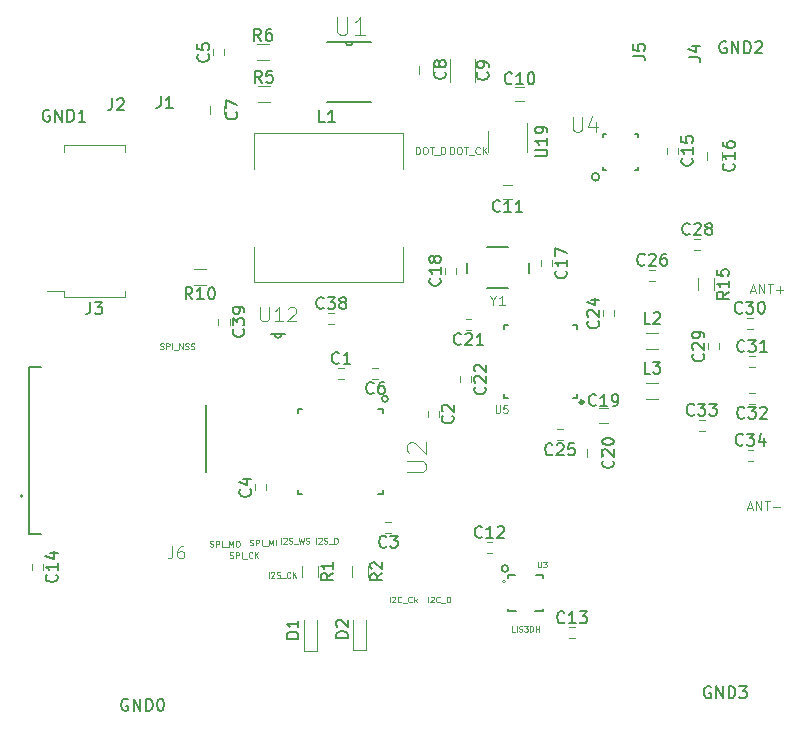
<source format=gbr>
G04 #@! TF.FileFunction,Legend,Top*
%FSLAX46Y46*%
G04 Gerber Fmt 4.6, Leading zero omitted, Abs format (unit mm)*
G04 Created by KiCad (PCBNEW 4.0.6) date 05/01/18 07:54:48*
%MOMM*%
%LPD*%
G01*
G04 APERTURE LIST*
%ADD10C,0.100000*%
%ADD11C,0.200000*%
%ADD12C,0.152400*%
%ADD13C,0.127000*%
%ADD14C,0.120000*%
%ADD15C,0.203200*%
%ADD16C,0.304800*%
%ADD17C,0.050000*%
%ADD18C,0.150000*%
G04 APERTURE END LIST*
D10*
D11*
X97924968Y-82499200D02*
G75*
G03X97924968Y-82499200I-287368J0D01*
G01*
X87731600Y-68122800D02*
G75*
G03X87731600Y-68122800I-254000J0D01*
G01*
X105629687Y-49326800D02*
G75*
G03X105629687Y-49326800I-321287J0D01*
G01*
D12*
X79032100Y-62649100D02*
X78727300Y-62649100D01*
X78727300Y-62649100D02*
X78117700Y-62649100D01*
X78117700Y-62649100D02*
X77812900Y-62649100D01*
X78727300Y-62649100D02*
G75*
G02X78117700Y-62649100I-304800J0D01*
G01*
D13*
X97898000Y-58763000D02*
X96158000Y-58763000D01*
X94388000Y-57458000D02*
X94388000Y-56588000D01*
X97898000Y-55283000D02*
X96158000Y-55283000D01*
X99668000Y-57458000D02*
X99668000Y-56588000D01*
D12*
X80086200Y-75806300D02*
X80086200Y-76187300D01*
X86918800Y-76187300D02*
X87299800Y-76187300D01*
X87299800Y-69354700D02*
X87299800Y-68973700D01*
X80086200Y-68973700D02*
X80086200Y-69354700D01*
X80086200Y-76187300D02*
X80467200Y-76187300D01*
X87299800Y-76187300D02*
X87299800Y-75806300D01*
X87299800Y-68973700D02*
X86918800Y-68973700D01*
X80467200Y-68973700D02*
X80086200Y-68973700D01*
X82575400Y-42989500D02*
X86334600Y-42989500D01*
X86334600Y-37909500D02*
X84759800Y-37909500D01*
X84759800Y-37909500D02*
X84150200Y-37909500D01*
X84150200Y-37909500D02*
X82575400Y-37909500D01*
X84759800Y-37909500D02*
G75*
G02X84150200Y-37909500I-304800J0D01*
G01*
X106197400Y-45745400D02*
X105943400Y-45745400D01*
X108940600Y-45999400D02*
X108940600Y-45745400D01*
X108686600Y-48742600D02*
X108940600Y-48742600D01*
X105943400Y-48488600D02*
X105943400Y-48742600D01*
X108940600Y-48742600D02*
X108940600Y-48488600D01*
X108940600Y-45745400D02*
X108686600Y-45745400D01*
X105943400Y-45745400D02*
X105943400Y-45999400D01*
X105943400Y-48742600D02*
X106197400Y-48742600D01*
D14*
X84006500Y-65506500D02*
X83506500Y-65506500D01*
X83506500Y-66446500D02*
X84006500Y-66446500D01*
X92037000Y-69655500D02*
X92037000Y-69155500D01*
X91097000Y-69155500D02*
X91097000Y-69655500D01*
X87507000Y-79464000D02*
X88007000Y-79464000D01*
X88007000Y-78524000D02*
X87507000Y-78524000D01*
X76492000Y-75378500D02*
X76492000Y-75878500D01*
X77432000Y-75878500D02*
X77432000Y-75378500D01*
X72936000Y-38548500D02*
X72936000Y-39048500D01*
X73876000Y-39048500D02*
X73876000Y-38548500D01*
X86864000Y-65506500D02*
X86364000Y-65506500D01*
X86364000Y-66446500D02*
X86864000Y-66446500D01*
X73879000Y-43338000D02*
X73879000Y-44038000D01*
X72679000Y-44038000D02*
X72679000Y-43338000D01*
X91532000Y-39909000D02*
X91532000Y-40609000D01*
X90332000Y-40609000D02*
X90332000Y-39909000D01*
X95063500Y-41322500D02*
X95063500Y-39322500D01*
X93023500Y-39322500D02*
X93023500Y-41322500D01*
X98519500Y-41691000D02*
X99219500Y-41691000D01*
X99219500Y-42891000D02*
X98519500Y-42891000D01*
X98203500Y-51209500D02*
X97503500Y-51209500D01*
X97503500Y-50009500D02*
X98203500Y-50009500D01*
X96579500Y-80238500D02*
X96079500Y-80238500D01*
X96079500Y-81178500D02*
X96579500Y-81178500D01*
X103564500Y-87477500D02*
X103064500Y-87477500D01*
X103064500Y-88417500D02*
X103564500Y-88417500D01*
X58509000Y-82609500D02*
X58509000Y-82109500D01*
X57569000Y-82109500D02*
X57569000Y-82609500D01*
X112293500Y-47367000D02*
X112293500Y-46867000D01*
X111353500Y-46867000D02*
X111353500Y-47367000D01*
X115979500Y-47211500D02*
X115979500Y-47911500D01*
X114779500Y-47911500D02*
X114779500Y-47211500D01*
X101625500Y-56892000D02*
X101625500Y-56392000D01*
X100685500Y-56392000D02*
X100685500Y-56892000D01*
X92557500Y-57027000D02*
X92557500Y-57527000D01*
X93497500Y-57527000D02*
X93497500Y-57027000D01*
X105631500Y-68932500D02*
X106331500Y-68932500D01*
X106331500Y-70132500D02*
X105631500Y-70132500D01*
X105756000Y-72357500D02*
X105756000Y-73057500D01*
X104556000Y-73057500D02*
X104556000Y-72357500D01*
X94301500Y-62319000D02*
X94801500Y-62319000D01*
X94801500Y-61379000D02*
X94301500Y-61379000D01*
X94767500Y-66734500D02*
X94767500Y-66234500D01*
X93827500Y-66234500D02*
X93827500Y-66734500D01*
X105956000Y-60646500D02*
X105956000Y-61146500D01*
X106896000Y-61146500D02*
X106896000Y-60646500D01*
X102048500Y-71653500D02*
X102548500Y-71653500D01*
X102548500Y-70713500D02*
X102048500Y-70713500D01*
X110359000Y-57188000D02*
X109859000Y-57188000D01*
X109859000Y-58128000D02*
X110359000Y-58128000D01*
X114169000Y-54584500D02*
X113669000Y-54584500D01*
X113669000Y-55524500D02*
X114169000Y-55524500D01*
X114846000Y-63440500D02*
X114846000Y-63940500D01*
X115786000Y-63940500D02*
X115786000Y-63440500D01*
X118614000Y-61252000D02*
X118114000Y-61252000D01*
X118114000Y-62192000D02*
X118614000Y-62192000D01*
X118804500Y-64490500D02*
X118304500Y-64490500D01*
X118304500Y-65430500D02*
X118804500Y-65430500D01*
X118304500Y-68542000D02*
X118804500Y-68542000D01*
X118804500Y-67602000D02*
X118304500Y-67602000D01*
X114550000Y-69888000D02*
X114050000Y-69888000D01*
X114050000Y-70828000D02*
X114550000Y-70828000D01*
X118677500Y-72428000D02*
X118177500Y-72428000D01*
X118177500Y-73368000D02*
X118677500Y-73368000D01*
X83181000Y-60871000D02*
X82681000Y-60871000D01*
X82681000Y-61811000D02*
X83181000Y-61811000D01*
X74320500Y-61845000D02*
X74320500Y-61345000D01*
X73380500Y-61345000D02*
X73380500Y-61845000D01*
X80603000Y-89493500D02*
X81703000Y-89493500D01*
X81703000Y-89493500D02*
X81703000Y-86893500D01*
X80603000Y-89493500D02*
X80603000Y-86893500D01*
X84794000Y-89430000D02*
X85894000Y-89430000D01*
X85894000Y-89430000D02*
X85894000Y-86830000D01*
X84794000Y-89430000D02*
X84794000Y-86830000D01*
D13*
X58315500Y-79587000D02*
X57370500Y-79587000D01*
X57370500Y-79587000D02*
X57370500Y-65447000D01*
X57370500Y-65447000D02*
X58315500Y-65447000D01*
X72320500Y-74317000D02*
X72320500Y-68617000D01*
D11*
X56805500Y-76327000D02*
G75*
G03X56805500Y-76327000I-100000J0D01*
G01*
D14*
X88977000Y-55243000D02*
X88977000Y-58243000D01*
X88977000Y-58243000D02*
X76377000Y-58243000D01*
X76377000Y-58243000D02*
X76377000Y-55243000D01*
X76377000Y-48643000D02*
X76377000Y-45643000D01*
X76377000Y-45643000D02*
X88977000Y-45643000D01*
X88977000Y-45643000D02*
X88977000Y-48643000D01*
X110609000Y-63926000D02*
X109609000Y-63926000D01*
X109609000Y-62566000D02*
X110609000Y-62566000D01*
X110609000Y-68117000D02*
X109609000Y-68117000D01*
X109609000Y-66757000D02*
X110609000Y-66757000D01*
X80473000Y-83240500D02*
X80473000Y-82240500D01*
X81833000Y-82240500D02*
X81833000Y-83240500D01*
X84664000Y-83240500D02*
X84664000Y-82240500D01*
X86024000Y-82240500D02*
X86024000Y-83240500D01*
X77716000Y-43034500D02*
X76716000Y-43034500D01*
X76716000Y-41674500D02*
X77716000Y-41674500D01*
X77652500Y-39478500D02*
X76652500Y-39478500D01*
X76652500Y-38118500D02*
X77652500Y-38118500D01*
X71318500Y-57105000D02*
X72318500Y-57105000D01*
X72318500Y-58465000D02*
X71318500Y-58465000D01*
X114001000Y-58920000D02*
X114001000Y-57920000D01*
X115361000Y-57920000D02*
X115361000Y-58920000D01*
X96243500Y-45455000D02*
X96243500Y-47255000D01*
X99463500Y-47255000D02*
X99463500Y-44805000D01*
X65465000Y-58966000D02*
X65465000Y-59496000D01*
X65465000Y-59496000D02*
X60265000Y-59496000D01*
X60265000Y-59496000D02*
X60265000Y-58966000D01*
X65465000Y-47206000D02*
X65465000Y-46676000D01*
X65465000Y-46676000D02*
X60265000Y-46676000D01*
X60265000Y-46676000D02*
X60265000Y-47206000D01*
X58845000Y-58966000D02*
X60265000Y-58966000D01*
D15*
X97882500Y-68037500D02*
X97570500Y-68037500D01*
X103724500Y-68037500D02*
X103724500Y-67725500D01*
X97570500Y-67725500D02*
X97570500Y-68037500D01*
X103724500Y-61883500D02*
X103412500Y-61883500D01*
X103724500Y-62195500D02*
X103724500Y-61883500D01*
X103724500Y-68037500D02*
X103412500Y-68037500D01*
X97570500Y-61883500D02*
X97570500Y-62195500D01*
X97882500Y-61883500D02*
X97570500Y-61883500D01*
D16*
X104264500Y-68400500D02*
G75*
G03X104264500Y-68400500I-127000J0D01*
G01*
D10*
X97703300Y-83582000D02*
G75*
G03X97703300Y-83582000I-125800J0D01*
G01*
D13*
X97877500Y-83282000D02*
X97877500Y-83082000D01*
X98477500Y-83082000D02*
X97877500Y-83082000D01*
X100277500Y-83082000D02*
X100877500Y-83082000D01*
X100877500Y-83082000D02*
X100877500Y-83282000D01*
X100177500Y-86082000D02*
X100877500Y-86082000D01*
X100877500Y-86082000D02*
X100877500Y-85882000D01*
X97877500Y-85882000D02*
X97877500Y-86082000D01*
X97877500Y-86082000D02*
X98577500Y-86082000D01*
D17*
X76936786Y-60366357D02*
X76936786Y-61337786D01*
X76993929Y-61452071D01*
X77051072Y-61509214D01*
X77165358Y-61566357D01*
X77393929Y-61566357D01*
X77508215Y-61509214D01*
X77565358Y-61452071D01*
X77622501Y-61337786D01*
X77622501Y-60366357D01*
X78822501Y-61566357D02*
X78136786Y-61566357D01*
X78479644Y-61566357D02*
X78479644Y-60366357D01*
X78365358Y-60537786D01*
X78251072Y-60652071D01*
X78136786Y-60709214D01*
X79279643Y-60480643D02*
X79336786Y-60423500D01*
X79451072Y-60366357D01*
X79736786Y-60366357D01*
X79851072Y-60423500D01*
X79908215Y-60480643D01*
X79965358Y-60594929D01*
X79965358Y-60709214D01*
X79908215Y-60880643D01*
X79222501Y-61566357D01*
X79965358Y-61566357D01*
X96645901Y-59797895D02*
X96645901Y-60179994D01*
X96378431Y-59377585D02*
X96645901Y-59797895D01*
X96913370Y-59377585D01*
X97601149Y-60179994D02*
X97142630Y-60179994D01*
X97371890Y-60179994D02*
X97371890Y-59377585D01*
X97295470Y-59492215D01*
X97219050Y-59568635D01*
X97142630Y-59606845D01*
X89334600Y-74339144D02*
X90663409Y-74339144D01*
X90819739Y-74260979D01*
X90897905Y-74182813D01*
X90976070Y-74026483D01*
X90976070Y-73713822D01*
X90897905Y-73557491D01*
X90819739Y-73479326D01*
X90663409Y-73401161D01*
X89334600Y-73401161D01*
X89490930Y-72697674D02*
X89412765Y-72619509D01*
X89334600Y-72463178D01*
X89334600Y-72072352D01*
X89412765Y-71916022D01*
X89490930Y-71837856D01*
X89647261Y-71759691D01*
X89803591Y-71759691D01*
X90038087Y-71837856D01*
X90976070Y-72775839D01*
X90976070Y-71759691D01*
X83439143Y-35818071D02*
X83439143Y-37032357D01*
X83510571Y-37175214D01*
X83582000Y-37246643D01*
X83724857Y-37318071D01*
X84010571Y-37318071D01*
X84153429Y-37246643D01*
X84224857Y-37175214D01*
X84296286Y-37032357D01*
X84296286Y-35818071D01*
X85796286Y-37318071D02*
X84939143Y-37318071D01*
X85367715Y-37318071D02*
X85367715Y-35818071D01*
X85224858Y-36032357D01*
X85082000Y-36175214D01*
X84939143Y-36246643D01*
X103403524Y-44246095D02*
X103403524Y-45298476D01*
X103465429Y-45422286D01*
X103527333Y-45484190D01*
X103651143Y-45546095D01*
X103898762Y-45546095D01*
X104022571Y-45484190D01*
X104084476Y-45422286D01*
X104146381Y-45298476D01*
X104146381Y-44246095D01*
X105322572Y-44679429D02*
X105322572Y-45546095D01*
X105013048Y-44184190D02*
X104703524Y-45112762D01*
X105508286Y-45112762D01*
D18*
X83589834Y-65063643D02*
X83542215Y-65111262D01*
X83399358Y-65158881D01*
X83304120Y-65158881D01*
X83161262Y-65111262D01*
X83066024Y-65016024D01*
X83018405Y-64920786D01*
X82970786Y-64730310D01*
X82970786Y-64587452D01*
X83018405Y-64396976D01*
X83066024Y-64301738D01*
X83161262Y-64206500D01*
X83304120Y-64158881D01*
X83399358Y-64158881D01*
X83542215Y-64206500D01*
X83589834Y-64254119D01*
X84542215Y-65158881D02*
X83970786Y-65158881D01*
X84256500Y-65158881D02*
X84256500Y-64158881D01*
X84161262Y-64301738D01*
X84066024Y-64396976D01*
X83970786Y-64444595D01*
X93194143Y-69572166D02*
X93241762Y-69619785D01*
X93289381Y-69762642D01*
X93289381Y-69857880D01*
X93241762Y-70000738D01*
X93146524Y-70095976D01*
X93051286Y-70143595D01*
X92860810Y-70191214D01*
X92717952Y-70191214D01*
X92527476Y-70143595D01*
X92432238Y-70095976D01*
X92337000Y-70000738D01*
X92289381Y-69857880D01*
X92289381Y-69762642D01*
X92337000Y-69619785D01*
X92384619Y-69572166D01*
X92384619Y-69191214D02*
X92337000Y-69143595D01*
X92289381Y-69048357D01*
X92289381Y-68810261D01*
X92337000Y-68715023D01*
X92384619Y-68667404D01*
X92479857Y-68619785D01*
X92575095Y-68619785D01*
X92717952Y-68667404D01*
X93289381Y-69238833D01*
X93289381Y-68619785D01*
X87590334Y-80621143D02*
X87542715Y-80668762D01*
X87399858Y-80716381D01*
X87304620Y-80716381D01*
X87161762Y-80668762D01*
X87066524Y-80573524D01*
X87018905Y-80478286D01*
X86971286Y-80287810D01*
X86971286Y-80144952D01*
X87018905Y-79954476D01*
X87066524Y-79859238D01*
X87161762Y-79764000D01*
X87304620Y-79716381D01*
X87399858Y-79716381D01*
X87542715Y-79764000D01*
X87590334Y-79811619D01*
X87923667Y-79716381D02*
X88542715Y-79716381D01*
X88209381Y-80097333D01*
X88352239Y-80097333D01*
X88447477Y-80144952D01*
X88495096Y-80192571D01*
X88542715Y-80287810D01*
X88542715Y-80525905D01*
X88495096Y-80621143D01*
X88447477Y-80668762D01*
X88352239Y-80716381D01*
X88066524Y-80716381D01*
X87971286Y-80668762D01*
X87923667Y-80621143D01*
X76049143Y-75795166D02*
X76096762Y-75842785D01*
X76144381Y-75985642D01*
X76144381Y-76080880D01*
X76096762Y-76223738D01*
X76001524Y-76318976D01*
X75906286Y-76366595D01*
X75715810Y-76414214D01*
X75572952Y-76414214D01*
X75382476Y-76366595D01*
X75287238Y-76318976D01*
X75192000Y-76223738D01*
X75144381Y-76080880D01*
X75144381Y-75985642D01*
X75192000Y-75842785D01*
X75239619Y-75795166D01*
X75477714Y-74938023D02*
X76144381Y-74938023D01*
X75096762Y-75176119D02*
X75811048Y-75414214D01*
X75811048Y-74795166D01*
X72493143Y-38965166D02*
X72540762Y-39012785D01*
X72588381Y-39155642D01*
X72588381Y-39250880D01*
X72540762Y-39393738D01*
X72445524Y-39488976D01*
X72350286Y-39536595D01*
X72159810Y-39584214D01*
X72016952Y-39584214D01*
X71826476Y-39536595D01*
X71731238Y-39488976D01*
X71636000Y-39393738D01*
X71588381Y-39250880D01*
X71588381Y-39155642D01*
X71636000Y-39012785D01*
X71683619Y-38965166D01*
X71588381Y-38060404D02*
X71588381Y-38536595D01*
X72064571Y-38584214D01*
X72016952Y-38536595D01*
X71969333Y-38441357D01*
X71969333Y-38203261D01*
X72016952Y-38108023D01*
X72064571Y-38060404D01*
X72159810Y-38012785D01*
X72397905Y-38012785D01*
X72493143Y-38060404D01*
X72540762Y-38108023D01*
X72588381Y-38203261D01*
X72588381Y-38441357D01*
X72540762Y-38536595D01*
X72493143Y-38584214D01*
X86510834Y-67603643D02*
X86463215Y-67651262D01*
X86320358Y-67698881D01*
X86225120Y-67698881D01*
X86082262Y-67651262D01*
X85987024Y-67556024D01*
X85939405Y-67460786D01*
X85891786Y-67270310D01*
X85891786Y-67127452D01*
X85939405Y-66936976D01*
X85987024Y-66841738D01*
X86082262Y-66746500D01*
X86225120Y-66698881D01*
X86320358Y-66698881D01*
X86463215Y-66746500D01*
X86510834Y-66794119D01*
X87367977Y-66698881D02*
X87177500Y-66698881D01*
X87082262Y-66746500D01*
X87034643Y-66794119D01*
X86939405Y-66936976D01*
X86891786Y-67127452D01*
X86891786Y-67508405D01*
X86939405Y-67603643D01*
X86987024Y-67651262D01*
X87082262Y-67698881D01*
X87272739Y-67698881D01*
X87367977Y-67651262D01*
X87415596Y-67603643D01*
X87463215Y-67508405D01*
X87463215Y-67270310D01*
X87415596Y-67175071D01*
X87367977Y-67127452D01*
X87272739Y-67079833D01*
X87082262Y-67079833D01*
X86987024Y-67127452D01*
X86939405Y-67175071D01*
X86891786Y-67270310D01*
X74886143Y-43854666D02*
X74933762Y-43902285D01*
X74981381Y-44045142D01*
X74981381Y-44140380D01*
X74933762Y-44283238D01*
X74838524Y-44378476D01*
X74743286Y-44426095D01*
X74552810Y-44473714D01*
X74409952Y-44473714D01*
X74219476Y-44426095D01*
X74124238Y-44378476D01*
X74029000Y-44283238D01*
X73981381Y-44140380D01*
X73981381Y-44045142D01*
X74029000Y-43902285D01*
X74076619Y-43854666D01*
X73981381Y-43521333D02*
X73981381Y-42854666D01*
X74981381Y-43283238D01*
X92539143Y-40425666D02*
X92586762Y-40473285D01*
X92634381Y-40616142D01*
X92634381Y-40711380D01*
X92586762Y-40854238D01*
X92491524Y-40949476D01*
X92396286Y-40997095D01*
X92205810Y-41044714D01*
X92062952Y-41044714D01*
X91872476Y-40997095D01*
X91777238Y-40949476D01*
X91682000Y-40854238D01*
X91634381Y-40711380D01*
X91634381Y-40616142D01*
X91682000Y-40473285D01*
X91729619Y-40425666D01*
X92062952Y-39854238D02*
X92015333Y-39949476D01*
X91967714Y-39997095D01*
X91872476Y-40044714D01*
X91824857Y-40044714D01*
X91729619Y-39997095D01*
X91682000Y-39949476D01*
X91634381Y-39854238D01*
X91634381Y-39663761D01*
X91682000Y-39568523D01*
X91729619Y-39520904D01*
X91824857Y-39473285D01*
X91872476Y-39473285D01*
X91967714Y-39520904D01*
X92015333Y-39568523D01*
X92062952Y-39663761D01*
X92062952Y-39854238D01*
X92110571Y-39949476D01*
X92158190Y-39997095D01*
X92253429Y-40044714D01*
X92443905Y-40044714D01*
X92539143Y-39997095D01*
X92586762Y-39949476D01*
X92634381Y-39854238D01*
X92634381Y-39663761D01*
X92586762Y-39568523D01*
X92539143Y-39520904D01*
X92443905Y-39473285D01*
X92253429Y-39473285D01*
X92158190Y-39520904D01*
X92110571Y-39568523D01*
X92062952Y-39663761D01*
X96150643Y-40489166D02*
X96198262Y-40536785D01*
X96245881Y-40679642D01*
X96245881Y-40774880D01*
X96198262Y-40917738D01*
X96103024Y-41012976D01*
X96007786Y-41060595D01*
X95817310Y-41108214D01*
X95674452Y-41108214D01*
X95483976Y-41060595D01*
X95388738Y-41012976D01*
X95293500Y-40917738D01*
X95245881Y-40774880D01*
X95245881Y-40679642D01*
X95293500Y-40536785D01*
X95341119Y-40489166D01*
X96245881Y-40012976D02*
X96245881Y-39822500D01*
X96198262Y-39727261D01*
X96150643Y-39679642D01*
X96007786Y-39584404D01*
X95817310Y-39536785D01*
X95436357Y-39536785D01*
X95341119Y-39584404D01*
X95293500Y-39632023D01*
X95245881Y-39727261D01*
X95245881Y-39917738D01*
X95293500Y-40012976D01*
X95341119Y-40060595D01*
X95436357Y-40108214D01*
X95674452Y-40108214D01*
X95769690Y-40060595D01*
X95817310Y-40012976D01*
X95864929Y-39917738D01*
X95864929Y-39727261D01*
X95817310Y-39632023D01*
X95769690Y-39584404D01*
X95674452Y-39536785D01*
X98226643Y-41398143D02*
X98179024Y-41445762D01*
X98036167Y-41493381D01*
X97940929Y-41493381D01*
X97798071Y-41445762D01*
X97702833Y-41350524D01*
X97655214Y-41255286D01*
X97607595Y-41064810D01*
X97607595Y-40921952D01*
X97655214Y-40731476D01*
X97702833Y-40636238D01*
X97798071Y-40541000D01*
X97940929Y-40493381D01*
X98036167Y-40493381D01*
X98179024Y-40541000D01*
X98226643Y-40588619D01*
X99179024Y-41493381D02*
X98607595Y-41493381D01*
X98893309Y-41493381D02*
X98893309Y-40493381D01*
X98798071Y-40636238D01*
X98702833Y-40731476D01*
X98607595Y-40779095D01*
X99798071Y-40493381D02*
X99893310Y-40493381D01*
X99988548Y-40541000D01*
X100036167Y-40588619D01*
X100083786Y-40683857D01*
X100131405Y-40874333D01*
X100131405Y-41112429D01*
X100083786Y-41302905D01*
X100036167Y-41398143D01*
X99988548Y-41445762D01*
X99893310Y-41493381D01*
X99798071Y-41493381D01*
X99702833Y-41445762D01*
X99655214Y-41398143D01*
X99607595Y-41302905D01*
X99559976Y-41112429D01*
X99559976Y-40874333D01*
X99607595Y-40683857D01*
X99655214Y-40588619D01*
X99702833Y-40541000D01*
X99798071Y-40493381D01*
X97210643Y-52216643D02*
X97163024Y-52264262D01*
X97020167Y-52311881D01*
X96924929Y-52311881D01*
X96782071Y-52264262D01*
X96686833Y-52169024D01*
X96639214Y-52073786D01*
X96591595Y-51883310D01*
X96591595Y-51740452D01*
X96639214Y-51549976D01*
X96686833Y-51454738D01*
X96782071Y-51359500D01*
X96924929Y-51311881D01*
X97020167Y-51311881D01*
X97163024Y-51359500D01*
X97210643Y-51407119D01*
X98163024Y-52311881D02*
X97591595Y-52311881D01*
X97877309Y-52311881D02*
X97877309Y-51311881D01*
X97782071Y-51454738D01*
X97686833Y-51549976D01*
X97591595Y-51597595D01*
X99115405Y-52311881D02*
X98543976Y-52311881D01*
X98829690Y-52311881D02*
X98829690Y-51311881D01*
X98734452Y-51454738D01*
X98639214Y-51549976D01*
X98543976Y-51597595D01*
X95686643Y-79795643D02*
X95639024Y-79843262D01*
X95496167Y-79890881D01*
X95400929Y-79890881D01*
X95258071Y-79843262D01*
X95162833Y-79748024D01*
X95115214Y-79652786D01*
X95067595Y-79462310D01*
X95067595Y-79319452D01*
X95115214Y-79128976D01*
X95162833Y-79033738D01*
X95258071Y-78938500D01*
X95400929Y-78890881D01*
X95496167Y-78890881D01*
X95639024Y-78938500D01*
X95686643Y-78986119D01*
X96639024Y-79890881D02*
X96067595Y-79890881D01*
X96353309Y-79890881D02*
X96353309Y-78890881D01*
X96258071Y-79033738D01*
X96162833Y-79128976D01*
X96067595Y-79176595D01*
X97019976Y-78986119D02*
X97067595Y-78938500D01*
X97162833Y-78890881D01*
X97400929Y-78890881D01*
X97496167Y-78938500D01*
X97543786Y-78986119D01*
X97591405Y-79081357D01*
X97591405Y-79176595D01*
X97543786Y-79319452D01*
X96972357Y-79890881D01*
X97591405Y-79890881D01*
X102671643Y-87034643D02*
X102624024Y-87082262D01*
X102481167Y-87129881D01*
X102385929Y-87129881D01*
X102243071Y-87082262D01*
X102147833Y-86987024D01*
X102100214Y-86891786D01*
X102052595Y-86701310D01*
X102052595Y-86558452D01*
X102100214Y-86367976D01*
X102147833Y-86272738D01*
X102243071Y-86177500D01*
X102385929Y-86129881D01*
X102481167Y-86129881D01*
X102624024Y-86177500D01*
X102671643Y-86225119D01*
X103624024Y-87129881D02*
X103052595Y-87129881D01*
X103338309Y-87129881D02*
X103338309Y-86129881D01*
X103243071Y-86272738D01*
X103147833Y-86367976D01*
X103052595Y-86415595D01*
X103957357Y-86129881D02*
X104576405Y-86129881D01*
X104243071Y-86510833D01*
X104385929Y-86510833D01*
X104481167Y-86558452D01*
X104528786Y-86606071D01*
X104576405Y-86701310D01*
X104576405Y-86939405D01*
X104528786Y-87034643D01*
X104481167Y-87082262D01*
X104385929Y-87129881D01*
X104100214Y-87129881D01*
X104004976Y-87082262D01*
X103957357Y-87034643D01*
X59666143Y-83002357D02*
X59713762Y-83049976D01*
X59761381Y-83192833D01*
X59761381Y-83288071D01*
X59713762Y-83430929D01*
X59618524Y-83526167D01*
X59523286Y-83573786D01*
X59332810Y-83621405D01*
X59189952Y-83621405D01*
X58999476Y-83573786D01*
X58904238Y-83526167D01*
X58809000Y-83430929D01*
X58761381Y-83288071D01*
X58761381Y-83192833D01*
X58809000Y-83049976D01*
X58856619Y-83002357D01*
X59761381Y-82049976D02*
X59761381Y-82621405D01*
X59761381Y-82335691D02*
X58761381Y-82335691D01*
X58904238Y-82430929D01*
X58999476Y-82526167D01*
X59047095Y-82621405D01*
X59094714Y-81192833D02*
X59761381Y-81192833D01*
X58713762Y-81430929D02*
X59428048Y-81669024D01*
X59428048Y-81049976D01*
X113450643Y-47759857D02*
X113498262Y-47807476D01*
X113545881Y-47950333D01*
X113545881Y-48045571D01*
X113498262Y-48188429D01*
X113403024Y-48283667D01*
X113307786Y-48331286D01*
X113117310Y-48378905D01*
X112974452Y-48378905D01*
X112783976Y-48331286D01*
X112688738Y-48283667D01*
X112593500Y-48188429D01*
X112545881Y-48045571D01*
X112545881Y-47950333D01*
X112593500Y-47807476D01*
X112641119Y-47759857D01*
X113545881Y-46807476D02*
X113545881Y-47378905D01*
X113545881Y-47093191D02*
X112545881Y-47093191D01*
X112688738Y-47188429D01*
X112783976Y-47283667D01*
X112831595Y-47378905D01*
X112545881Y-45902714D02*
X112545881Y-46378905D01*
X113022071Y-46426524D01*
X112974452Y-46378905D01*
X112926833Y-46283667D01*
X112926833Y-46045571D01*
X112974452Y-45950333D01*
X113022071Y-45902714D01*
X113117310Y-45855095D01*
X113355405Y-45855095D01*
X113450643Y-45902714D01*
X113498262Y-45950333D01*
X113545881Y-46045571D01*
X113545881Y-46283667D01*
X113498262Y-46378905D01*
X113450643Y-46426524D01*
X116986643Y-48204357D02*
X117034262Y-48251976D01*
X117081881Y-48394833D01*
X117081881Y-48490071D01*
X117034262Y-48632929D01*
X116939024Y-48728167D01*
X116843786Y-48775786D01*
X116653310Y-48823405D01*
X116510452Y-48823405D01*
X116319976Y-48775786D01*
X116224738Y-48728167D01*
X116129500Y-48632929D01*
X116081881Y-48490071D01*
X116081881Y-48394833D01*
X116129500Y-48251976D01*
X116177119Y-48204357D01*
X117081881Y-47251976D02*
X117081881Y-47823405D01*
X117081881Y-47537691D02*
X116081881Y-47537691D01*
X116224738Y-47632929D01*
X116319976Y-47728167D01*
X116367595Y-47823405D01*
X116081881Y-46394833D02*
X116081881Y-46585310D01*
X116129500Y-46680548D01*
X116177119Y-46728167D01*
X116319976Y-46823405D01*
X116510452Y-46871024D01*
X116891405Y-46871024D01*
X116986643Y-46823405D01*
X117034262Y-46775786D01*
X117081881Y-46680548D01*
X117081881Y-46490071D01*
X117034262Y-46394833D01*
X116986643Y-46347214D01*
X116891405Y-46299595D01*
X116653310Y-46299595D01*
X116558071Y-46347214D01*
X116510452Y-46394833D01*
X116462833Y-46490071D01*
X116462833Y-46680548D01*
X116510452Y-46775786D01*
X116558071Y-46823405D01*
X116653310Y-46871024D01*
X102782643Y-57284857D02*
X102830262Y-57332476D01*
X102877881Y-57475333D01*
X102877881Y-57570571D01*
X102830262Y-57713429D01*
X102735024Y-57808667D01*
X102639786Y-57856286D01*
X102449310Y-57903905D01*
X102306452Y-57903905D01*
X102115976Y-57856286D01*
X102020738Y-57808667D01*
X101925500Y-57713429D01*
X101877881Y-57570571D01*
X101877881Y-57475333D01*
X101925500Y-57332476D01*
X101973119Y-57284857D01*
X102877881Y-56332476D02*
X102877881Y-56903905D01*
X102877881Y-56618191D02*
X101877881Y-56618191D01*
X102020738Y-56713429D01*
X102115976Y-56808667D01*
X102163595Y-56903905D01*
X101877881Y-55999143D02*
X101877881Y-55332476D01*
X102877881Y-55761048D01*
X92114643Y-57919857D02*
X92162262Y-57967476D01*
X92209881Y-58110333D01*
X92209881Y-58205571D01*
X92162262Y-58348429D01*
X92067024Y-58443667D01*
X91971786Y-58491286D01*
X91781310Y-58538905D01*
X91638452Y-58538905D01*
X91447976Y-58491286D01*
X91352738Y-58443667D01*
X91257500Y-58348429D01*
X91209881Y-58205571D01*
X91209881Y-58110333D01*
X91257500Y-57967476D01*
X91305119Y-57919857D01*
X92209881Y-56967476D02*
X92209881Y-57538905D01*
X92209881Y-57253191D02*
X91209881Y-57253191D01*
X91352738Y-57348429D01*
X91447976Y-57443667D01*
X91495595Y-57538905D01*
X91638452Y-56396048D02*
X91590833Y-56491286D01*
X91543214Y-56538905D01*
X91447976Y-56586524D01*
X91400357Y-56586524D01*
X91305119Y-56538905D01*
X91257500Y-56491286D01*
X91209881Y-56396048D01*
X91209881Y-56205571D01*
X91257500Y-56110333D01*
X91305119Y-56062714D01*
X91400357Y-56015095D01*
X91447976Y-56015095D01*
X91543214Y-56062714D01*
X91590833Y-56110333D01*
X91638452Y-56205571D01*
X91638452Y-56396048D01*
X91686071Y-56491286D01*
X91733690Y-56538905D01*
X91828929Y-56586524D01*
X92019405Y-56586524D01*
X92114643Y-56538905D01*
X92162262Y-56491286D01*
X92209881Y-56396048D01*
X92209881Y-56205571D01*
X92162262Y-56110333D01*
X92114643Y-56062714D01*
X92019405Y-56015095D01*
X91828929Y-56015095D01*
X91733690Y-56062714D01*
X91686071Y-56110333D01*
X91638452Y-56205571D01*
X105338643Y-68639643D02*
X105291024Y-68687262D01*
X105148167Y-68734881D01*
X105052929Y-68734881D01*
X104910071Y-68687262D01*
X104814833Y-68592024D01*
X104767214Y-68496786D01*
X104719595Y-68306310D01*
X104719595Y-68163452D01*
X104767214Y-67972976D01*
X104814833Y-67877738D01*
X104910071Y-67782500D01*
X105052929Y-67734881D01*
X105148167Y-67734881D01*
X105291024Y-67782500D01*
X105338643Y-67830119D01*
X106291024Y-68734881D02*
X105719595Y-68734881D01*
X106005309Y-68734881D02*
X106005309Y-67734881D01*
X105910071Y-67877738D01*
X105814833Y-67972976D01*
X105719595Y-68020595D01*
X106767214Y-68734881D02*
X106957690Y-68734881D01*
X107052929Y-68687262D01*
X107100548Y-68639643D01*
X107195786Y-68496786D01*
X107243405Y-68306310D01*
X107243405Y-67925357D01*
X107195786Y-67830119D01*
X107148167Y-67782500D01*
X107052929Y-67734881D01*
X106862452Y-67734881D01*
X106767214Y-67782500D01*
X106719595Y-67830119D01*
X106671976Y-67925357D01*
X106671976Y-68163452D01*
X106719595Y-68258690D01*
X106767214Y-68306310D01*
X106862452Y-68353929D01*
X107052929Y-68353929D01*
X107148167Y-68306310D01*
X107195786Y-68258690D01*
X107243405Y-68163452D01*
X106763143Y-73350357D02*
X106810762Y-73397976D01*
X106858381Y-73540833D01*
X106858381Y-73636071D01*
X106810762Y-73778929D01*
X106715524Y-73874167D01*
X106620286Y-73921786D01*
X106429810Y-73969405D01*
X106286952Y-73969405D01*
X106096476Y-73921786D01*
X106001238Y-73874167D01*
X105906000Y-73778929D01*
X105858381Y-73636071D01*
X105858381Y-73540833D01*
X105906000Y-73397976D01*
X105953619Y-73350357D01*
X105953619Y-72969405D02*
X105906000Y-72921786D01*
X105858381Y-72826548D01*
X105858381Y-72588452D01*
X105906000Y-72493214D01*
X105953619Y-72445595D01*
X106048857Y-72397976D01*
X106144095Y-72397976D01*
X106286952Y-72445595D01*
X106858381Y-73017024D01*
X106858381Y-72397976D01*
X105858381Y-71778929D02*
X105858381Y-71683690D01*
X105906000Y-71588452D01*
X105953619Y-71540833D01*
X106048857Y-71493214D01*
X106239333Y-71445595D01*
X106477429Y-71445595D01*
X106667905Y-71493214D01*
X106763143Y-71540833D01*
X106810762Y-71588452D01*
X106858381Y-71683690D01*
X106858381Y-71778929D01*
X106810762Y-71874167D01*
X106763143Y-71921786D01*
X106667905Y-71969405D01*
X106477429Y-72017024D01*
X106239333Y-72017024D01*
X106048857Y-71969405D01*
X105953619Y-71921786D01*
X105906000Y-71874167D01*
X105858381Y-71778929D01*
X93908643Y-63476143D02*
X93861024Y-63523762D01*
X93718167Y-63571381D01*
X93622929Y-63571381D01*
X93480071Y-63523762D01*
X93384833Y-63428524D01*
X93337214Y-63333286D01*
X93289595Y-63142810D01*
X93289595Y-62999952D01*
X93337214Y-62809476D01*
X93384833Y-62714238D01*
X93480071Y-62619000D01*
X93622929Y-62571381D01*
X93718167Y-62571381D01*
X93861024Y-62619000D01*
X93908643Y-62666619D01*
X94289595Y-62666619D02*
X94337214Y-62619000D01*
X94432452Y-62571381D01*
X94670548Y-62571381D01*
X94765786Y-62619000D01*
X94813405Y-62666619D01*
X94861024Y-62761857D01*
X94861024Y-62857095D01*
X94813405Y-62999952D01*
X94241976Y-63571381D01*
X94861024Y-63571381D01*
X95813405Y-63571381D02*
X95241976Y-63571381D01*
X95527690Y-63571381D02*
X95527690Y-62571381D01*
X95432452Y-62714238D01*
X95337214Y-62809476D01*
X95241976Y-62857095D01*
X95924643Y-67127357D02*
X95972262Y-67174976D01*
X96019881Y-67317833D01*
X96019881Y-67413071D01*
X95972262Y-67555929D01*
X95877024Y-67651167D01*
X95781786Y-67698786D01*
X95591310Y-67746405D01*
X95448452Y-67746405D01*
X95257976Y-67698786D01*
X95162738Y-67651167D01*
X95067500Y-67555929D01*
X95019881Y-67413071D01*
X95019881Y-67317833D01*
X95067500Y-67174976D01*
X95115119Y-67127357D01*
X95115119Y-66746405D02*
X95067500Y-66698786D01*
X95019881Y-66603548D01*
X95019881Y-66365452D01*
X95067500Y-66270214D01*
X95115119Y-66222595D01*
X95210357Y-66174976D01*
X95305595Y-66174976D01*
X95448452Y-66222595D01*
X96019881Y-66794024D01*
X96019881Y-66174976D01*
X95115119Y-65794024D02*
X95067500Y-65746405D01*
X95019881Y-65651167D01*
X95019881Y-65413071D01*
X95067500Y-65317833D01*
X95115119Y-65270214D01*
X95210357Y-65222595D01*
X95305595Y-65222595D01*
X95448452Y-65270214D01*
X96019881Y-65841643D01*
X96019881Y-65222595D01*
X105513143Y-61539357D02*
X105560762Y-61586976D01*
X105608381Y-61729833D01*
X105608381Y-61825071D01*
X105560762Y-61967929D01*
X105465524Y-62063167D01*
X105370286Y-62110786D01*
X105179810Y-62158405D01*
X105036952Y-62158405D01*
X104846476Y-62110786D01*
X104751238Y-62063167D01*
X104656000Y-61967929D01*
X104608381Y-61825071D01*
X104608381Y-61729833D01*
X104656000Y-61586976D01*
X104703619Y-61539357D01*
X104703619Y-61158405D02*
X104656000Y-61110786D01*
X104608381Y-61015548D01*
X104608381Y-60777452D01*
X104656000Y-60682214D01*
X104703619Y-60634595D01*
X104798857Y-60586976D01*
X104894095Y-60586976D01*
X105036952Y-60634595D01*
X105608381Y-61206024D01*
X105608381Y-60586976D01*
X104941714Y-59729833D02*
X105608381Y-59729833D01*
X104560762Y-59967929D02*
X105275048Y-60206024D01*
X105275048Y-59586976D01*
X101655643Y-72810643D02*
X101608024Y-72858262D01*
X101465167Y-72905881D01*
X101369929Y-72905881D01*
X101227071Y-72858262D01*
X101131833Y-72763024D01*
X101084214Y-72667786D01*
X101036595Y-72477310D01*
X101036595Y-72334452D01*
X101084214Y-72143976D01*
X101131833Y-72048738D01*
X101227071Y-71953500D01*
X101369929Y-71905881D01*
X101465167Y-71905881D01*
X101608024Y-71953500D01*
X101655643Y-72001119D01*
X102036595Y-72001119D02*
X102084214Y-71953500D01*
X102179452Y-71905881D01*
X102417548Y-71905881D01*
X102512786Y-71953500D01*
X102560405Y-72001119D01*
X102608024Y-72096357D01*
X102608024Y-72191595D01*
X102560405Y-72334452D01*
X101988976Y-72905881D01*
X102608024Y-72905881D01*
X103512786Y-71905881D02*
X103036595Y-71905881D01*
X102988976Y-72382071D01*
X103036595Y-72334452D01*
X103131833Y-72286833D01*
X103369929Y-72286833D01*
X103465167Y-72334452D01*
X103512786Y-72382071D01*
X103560405Y-72477310D01*
X103560405Y-72715405D01*
X103512786Y-72810643D01*
X103465167Y-72858262D01*
X103369929Y-72905881D01*
X103131833Y-72905881D01*
X103036595Y-72858262D01*
X102988976Y-72810643D01*
X109466143Y-56745143D02*
X109418524Y-56792762D01*
X109275667Y-56840381D01*
X109180429Y-56840381D01*
X109037571Y-56792762D01*
X108942333Y-56697524D01*
X108894714Y-56602286D01*
X108847095Y-56411810D01*
X108847095Y-56268952D01*
X108894714Y-56078476D01*
X108942333Y-55983238D01*
X109037571Y-55888000D01*
X109180429Y-55840381D01*
X109275667Y-55840381D01*
X109418524Y-55888000D01*
X109466143Y-55935619D01*
X109847095Y-55935619D02*
X109894714Y-55888000D01*
X109989952Y-55840381D01*
X110228048Y-55840381D01*
X110323286Y-55888000D01*
X110370905Y-55935619D01*
X110418524Y-56030857D01*
X110418524Y-56126095D01*
X110370905Y-56268952D01*
X109799476Y-56840381D01*
X110418524Y-56840381D01*
X111275667Y-55840381D02*
X111085190Y-55840381D01*
X110989952Y-55888000D01*
X110942333Y-55935619D01*
X110847095Y-56078476D01*
X110799476Y-56268952D01*
X110799476Y-56649905D01*
X110847095Y-56745143D01*
X110894714Y-56792762D01*
X110989952Y-56840381D01*
X111180429Y-56840381D01*
X111275667Y-56792762D01*
X111323286Y-56745143D01*
X111370905Y-56649905D01*
X111370905Y-56411810D01*
X111323286Y-56316571D01*
X111275667Y-56268952D01*
X111180429Y-56221333D01*
X110989952Y-56221333D01*
X110894714Y-56268952D01*
X110847095Y-56316571D01*
X110799476Y-56411810D01*
X113276143Y-54141643D02*
X113228524Y-54189262D01*
X113085667Y-54236881D01*
X112990429Y-54236881D01*
X112847571Y-54189262D01*
X112752333Y-54094024D01*
X112704714Y-53998786D01*
X112657095Y-53808310D01*
X112657095Y-53665452D01*
X112704714Y-53474976D01*
X112752333Y-53379738D01*
X112847571Y-53284500D01*
X112990429Y-53236881D01*
X113085667Y-53236881D01*
X113228524Y-53284500D01*
X113276143Y-53332119D01*
X113657095Y-53332119D02*
X113704714Y-53284500D01*
X113799952Y-53236881D01*
X114038048Y-53236881D01*
X114133286Y-53284500D01*
X114180905Y-53332119D01*
X114228524Y-53427357D01*
X114228524Y-53522595D01*
X114180905Y-53665452D01*
X113609476Y-54236881D01*
X114228524Y-54236881D01*
X114799952Y-53665452D02*
X114704714Y-53617833D01*
X114657095Y-53570214D01*
X114609476Y-53474976D01*
X114609476Y-53427357D01*
X114657095Y-53332119D01*
X114704714Y-53284500D01*
X114799952Y-53236881D01*
X114990429Y-53236881D01*
X115085667Y-53284500D01*
X115133286Y-53332119D01*
X115180905Y-53427357D01*
X115180905Y-53474976D01*
X115133286Y-53570214D01*
X115085667Y-53617833D01*
X114990429Y-53665452D01*
X114799952Y-53665452D01*
X114704714Y-53713071D01*
X114657095Y-53760690D01*
X114609476Y-53855929D01*
X114609476Y-54046405D01*
X114657095Y-54141643D01*
X114704714Y-54189262D01*
X114799952Y-54236881D01*
X114990429Y-54236881D01*
X115085667Y-54189262D01*
X115133286Y-54141643D01*
X115180905Y-54046405D01*
X115180905Y-53855929D01*
X115133286Y-53760690D01*
X115085667Y-53713071D01*
X114990429Y-53665452D01*
X114403143Y-64333357D02*
X114450762Y-64380976D01*
X114498381Y-64523833D01*
X114498381Y-64619071D01*
X114450762Y-64761929D01*
X114355524Y-64857167D01*
X114260286Y-64904786D01*
X114069810Y-64952405D01*
X113926952Y-64952405D01*
X113736476Y-64904786D01*
X113641238Y-64857167D01*
X113546000Y-64761929D01*
X113498381Y-64619071D01*
X113498381Y-64523833D01*
X113546000Y-64380976D01*
X113593619Y-64333357D01*
X113593619Y-63952405D02*
X113546000Y-63904786D01*
X113498381Y-63809548D01*
X113498381Y-63571452D01*
X113546000Y-63476214D01*
X113593619Y-63428595D01*
X113688857Y-63380976D01*
X113784095Y-63380976D01*
X113926952Y-63428595D01*
X114498381Y-64000024D01*
X114498381Y-63380976D01*
X114498381Y-62904786D02*
X114498381Y-62714310D01*
X114450762Y-62619071D01*
X114403143Y-62571452D01*
X114260286Y-62476214D01*
X114069810Y-62428595D01*
X113688857Y-62428595D01*
X113593619Y-62476214D01*
X113546000Y-62523833D01*
X113498381Y-62619071D01*
X113498381Y-62809548D01*
X113546000Y-62904786D01*
X113593619Y-62952405D01*
X113688857Y-63000024D01*
X113926952Y-63000024D01*
X114022190Y-62952405D01*
X114069810Y-62904786D01*
X114117429Y-62809548D01*
X114117429Y-62619071D01*
X114069810Y-62523833D01*
X114022190Y-62476214D01*
X113926952Y-62428595D01*
X117721143Y-60809143D02*
X117673524Y-60856762D01*
X117530667Y-60904381D01*
X117435429Y-60904381D01*
X117292571Y-60856762D01*
X117197333Y-60761524D01*
X117149714Y-60666286D01*
X117102095Y-60475810D01*
X117102095Y-60332952D01*
X117149714Y-60142476D01*
X117197333Y-60047238D01*
X117292571Y-59952000D01*
X117435429Y-59904381D01*
X117530667Y-59904381D01*
X117673524Y-59952000D01*
X117721143Y-59999619D01*
X118054476Y-59904381D02*
X118673524Y-59904381D01*
X118340190Y-60285333D01*
X118483048Y-60285333D01*
X118578286Y-60332952D01*
X118625905Y-60380571D01*
X118673524Y-60475810D01*
X118673524Y-60713905D01*
X118625905Y-60809143D01*
X118578286Y-60856762D01*
X118483048Y-60904381D01*
X118197333Y-60904381D01*
X118102095Y-60856762D01*
X118054476Y-60809143D01*
X119292571Y-59904381D02*
X119387810Y-59904381D01*
X119483048Y-59952000D01*
X119530667Y-59999619D01*
X119578286Y-60094857D01*
X119625905Y-60285333D01*
X119625905Y-60523429D01*
X119578286Y-60713905D01*
X119530667Y-60809143D01*
X119483048Y-60856762D01*
X119387810Y-60904381D01*
X119292571Y-60904381D01*
X119197333Y-60856762D01*
X119149714Y-60809143D01*
X119102095Y-60713905D01*
X119054476Y-60523429D01*
X119054476Y-60285333D01*
X119102095Y-60094857D01*
X119149714Y-59999619D01*
X119197333Y-59952000D01*
X119292571Y-59904381D01*
X117911643Y-64047643D02*
X117864024Y-64095262D01*
X117721167Y-64142881D01*
X117625929Y-64142881D01*
X117483071Y-64095262D01*
X117387833Y-64000024D01*
X117340214Y-63904786D01*
X117292595Y-63714310D01*
X117292595Y-63571452D01*
X117340214Y-63380976D01*
X117387833Y-63285738D01*
X117483071Y-63190500D01*
X117625929Y-63142881D01*
X117721167Y-63142881D01*
X117864024Y-63190500D01*
X117911643Y-63238119D01*
X118244976Y-63142881D02*
X118864024Y-63142881D01*
X118530690Y-63523833D01*
X118673548Y-63523833D01*
X118768786Y-63571452D01*
X118816405Y-63619071D01*
X118864024Y-63714310D01*
X118864024Y-63952405D01*
X118816405Y-64047643D01*
X118768786Y-64095262D01*
X118673548Y-64142881D01*
X118387833Y-64142881D01*
X118292595Y-64095262D01*
X118244976Y-64047643D01*
X119816405Y-64142881D02*
X119244976Y-64142881D01*
X119530690Y-64142881D02*
X119530690Y-63142881D01*
X119435452Y-63285738D01*
X119340214Y-63380976D01*
X119244976Y-63428595D01*
X117911643Y-69699143D02*
X117864024Y-69746762D01*
X117721167Y-69794381D01*
X117625929Y-69794381D01*
X117483071Y-69746762D01*
X117387833Y-69651524D01*
X117340214Y-69556286D01*
X117292595Y-69365810D01*
X117292595Y-69222952D01*
X117340214Y-69032476D01*
X117387833Y-68937238D01*
X117483071Y-68842000D01*
X117625929Y-68794381D01*
X117721167Y-68794381D01*
X117864024Y-68842000D01*
X117911643Y-68889619D01*
X118244976Y-68794381D02*
X118864024Y-68794381D01*
X118530690Y-69175333D01*
X118673548Y-69175333D01*
X118768786Y-69222952D01*
X118816405Y-69270571D01*
X118864024Y-69365810D01*
X118864024Y-69603905D01*
X118816405Y-69699143D01*
X118768786Y-69746762D01*
X118673548Y-69794381D01*
X118387833Y-69794381D01*
X118292595Y-69746762D01*
X118244976Y-69699143D01*
X119244976Y-68889619D02*
X119292595Y-68842000D01*
X119387833Y-68794381D01*
X119625929Y-68794381D01*
X119721167Y-68842000D01*
X119768786Y-68889619D01*
X119816405Y-68984857D01*
X119816405Y-69080095D01*
X119768786Y-69222952D01*
X119197357Y-69794381D01*
X119816405Y-69794381D01*
X113657143Y-69445143D02*
X113609524Y-69492762D01*
X113466667Y-69540381D01*
X113371429Y-69540381D01*
X113228571Y-69492762D01*
X113133333Y-69397524D01*
X113085714Y-69302286D01*
X113038095Y-69111810D01*
X113038095Y-68968952D01*
X113085714Y-68778476D01*
X113133333Y-68683238D01*
X113228571Y-68588000D01*
X113371429Y-68540381D01*
X113466667Y-68540381D01*
X113609524Y-68588000D01*
X113657143Y-68635619D01*
X113990476Y-68540381D02*
X114609524Y-68540381D01*
X114276190Y-68921333D01*
X114419048Y-68921333D01*
X114514286Y-68968952D01*
X114561905Y-69016571D01*
X114609524Y-69111810D01*
X114609524Y-69349905D01*
X114561905Y-69445143D01*
X114514286Y-69492762D01*
X114419048Y-69540381D01*
X114133333Y-69540381D01*
X114038095Y-69492762D01*
X113990476Y-69445143D01*
X114942857Y-68540381D02*
X115561905Y-68540381D01*
X115228571Y-68921333D01*
X115371429Y-68921333D01*
X115466667Y-68968952D01*
X115514286Y-69016571D01*
X115561905Y-69111810D01*
X115561905Y-69349905D01*
X115514286Y-69445143D01*
X115466667Y-69492762D01*
X115371429Y-69540381D01*
X115085714Y-69540381D01*
X114990476Y-69492762D01*
X114942857Y-69445143D01*
X117784643Y-71985143D02*
X117737024Y-72032762D01*
X117594167Y-72080381D01*
X117498929Y-72080381D01*
X117356071Y-72032762D01*
X117260833Y-71937524D01*
X117213214Y-71842286D01*
X117165595Y-71651810D01*
X117165595Y-71508952D01*
X117213214Y-71318476D01*
X117260833Y-71223238D01*
X117356071Y-71128000D01*
X117498929Y-71080381D01*
X117594167Y-71080381D01*
X117737024Y-71128000D01*
X117784643Y-71175619D01*
X118117976Y-71080381D02*
X118737024Y-71080381D01*
X118403690Y-71461333D01*
X118546548Y-71461333D01*
X118641786Y-71508952D01*
X118689405Y-71556571D01*
X118737024Y-71651810D01*
X118737024Y-71889905D01*
X118689405Y-71985143D01*
X118641786Y-72032762D01*
X118546548Y-72080381D01*
X118260833Y-72080381D01*
X118165595Y-72032762D01*
X118117976Y-71985143D01*
X119594167Y-71413714D02*
X119594167Y-72080381D01*
X119356071Y-71032762D02*
X119117976Y-71747048D01*
X119737024Y-71747048D01*
X82288143Y-60428143D02*
X82240524Y-60475762D01*
X82097667Y-60523381D01*
X82002429Y-60523381D01*
X81859571Y-60475762D01*
X81764333Y-60380524D01*
X81716714Y-60285286D01*
X81669095Y-60094810D01*
X81669095Y-59951952D01*
X81716714Y-59761476D01*
X81764333Y-59666238D01*
X81859571Y-59571000D01*
X82002429Y-59523381D01*
X82097667Y-59523381D01*
X82240524Y-59571000D01*
X82288143Y-59618619D01*
X82621476Y-59523381D02*
X83240524Y-59523381D01*
X82907190Y-59904333D01*
X83050048Y-59904333D01*
X83145286Y-59951952D01*
X83192905Y-59999571D01*
X83240524Y-60094810D01*
X83240524Y-60332905D01*
X83192905Y-60428143D01*
X83145286Y-60475762D01*
X83050048Y-60523381D01*
X82764333Y-60523381D01*
X82669095Y-60475762D01*
X82621476Y-60428143D01*
X83811952Y-59951952D02*
X83716714Y-59904333D01*
X83669095Y-59856714D01*
X83621476Y-59761476D01*
X83621476Y-59713857D01*
X83669095Y-59618619D01*
X83716714Y-59571000D01*
X83811952Y-59523381D01*
X84002429Y-59523381D01*
X84097667Y-59571000D01*
X84145286Y-59618619D01*
X84192905Y-59713857D01*
X84192905Y-59761476D01*
X84145286Y-59856714D01*
X84097667Y-59904333D01*
X84002429Y-59951952D01*
X83811952Y-59951952D01*
X83716714Y-59999571D01*
X83669095Y-60047190D01*
X83621476Y-60142429D01*
X83621476Y-60332905D01*
X83669095Y-60428143D01*
X83716714Y-60475762D01*
X83811952Y-60523381D01*
X84002429Y-60523381D01*
X84097667Y-60475762D01*
X84145286Y-60428143D01*
X84192905Y-60332905D01*
X84192905Y-60142429D01*
X84145286Y-60047190D01*
X84097667Y-59999571D01*
X84002429Y-59951952D01*
X75477643Y-62237857D02*
X75525262Y-62285476D01*
X75572881Y-62428333D01*
X75572881Y-62523571D01*
X75525262Y-62666429D01*
X75430024Y-62761667D01*
X75334786Y-62809286D01*
X75144310Y-62856905D01*
X75001452Y-62856905D01*
X74810976Y-62809286D01*
X74715738Y-62761667D01*
X74620500Y-62666429D01*
X74572881Y-62523571D01*
X74572881Y-62428333D01*
X74620500Y-62285476D01*
X74668119Y-62237857D01*
X74572881Y-61904524D02*
X74572881Y-61285476D01*
X74953833Y-61618810D01*
X74953833Y-61475952D01*
X75001452Y-61380714D01*
X75049071Y-61333095D01*
X75144310Y-61285476D01*
X75382405Y-61285476D01*
X75477643Y-61333095D01*
X75525262Y-61380714D01*
X75572881Y-61475952D01*
X75572881Y-61761667D01*
X75525262Y-61856905D01*
X75477643Y-61904524D01*
X75572881Y-60809286D02*
X75572881Y-60618810D01*
X75525262Y-60523571D01*
X75477643Y-60475952D01*
X75334786Y-60380714D01*
X75144310Y-60333095D01*
X74763357Y-60333095D01*
X74668119Y-60380714D01*
X74620500Y-60428333D01*
X74572881Y-60523571D01*
X74572881Y-60714048D01*
X74620500Y-60809286D01*
X74668119Y-60856905D01*
X74763357Y-60904524D01*
X75001452Y-60904524D01*
X75096690Y-60856905D01*
X75144310Y-60809286D01*
X75191929Y-60714048D01*
X75191929Y-60523571D01*
X75144310Y-60428333D01*
X75096690Y-60380714D01*
X75001452Y-60333095D01*
X80155381Y-88431595D02*
X79155381Y-88431595D01*
X79155381Y-88193500D01*
X79203000Y-88050642D01*
X79298238Y-87955404D01*
X79393476Y-87907785D01*
X79583952Y-87860166D01*
X79726810Y-87860166D01*
X79917286Y-87907785D01*
X80012524Y-87955404D01*
X80107762Y-88050642D01*
X80155381Y-88193500D01*
X80155381Y-88431595D01*
X80155381Y-86907785D02*
X80155381Y-87479214D01*
X80155381Y-87193500D02*
X79155381Y-87193500D01*
X79298238Y-87288738D01*
X79393476Y-87383976D01*
X79441095Y-87479214D01*
X84346381Y-88368095D02*
X83346381Y-88368095D01*
X83346381Y-88130000D01*
X83394000Y-87987142D01*
X83489238Y-87891904D01*
X83584476Y-87844285D01*
X83774952Y-87796666D01*
X83917810Y-87796666D01*
X84108286Y-87844285D01*
X84203524Y-87891904D01*
X84298762Y-87987142D01*
X84346381Y-88130000D01*
X84346381Y-88368095D01*
X83441619Y-87415714D02*
X83394000Y-87368095D01*
X83346381Y-87272857D01*
X83346381Y-87034761D01*
X83394000Y-86939523D01*
X83441619Y-86891904D01*
X83536857Y-86844285D01*
X83632095Y-86844285D01*
X83774952Y-86891904D01*
X84346381Y-87463333D01*
X84346381Y-86844285D01*
X68500667Y-42505381D02*
X68500667Y-43219667D01*
X68453047Y-43362524D01*
X68357809Y-43457762D01*
X68214952Y-43505381D01*
X68119714Y-43505381D01*
X69500667Y-43505381D02*
X68929238Y-43505381D01*
X69214952Y-43505381D02*
X69214952Y-42505381D01*
X69119714Y-42648238D01*
X69024476Y-42743476D01*
X68929238Y-42791095D01*
X64373167Y-42695881D02*
X64373167Y-43410167D01*
X64325547Y-43553024D01*
X64230309Y-43648262D01*
X64087452Y-43695881D01*
X63992214Y-43695881D01*
X64801738Y-42791119D02*
X64849357Y-42743500D01*
X64944595Y-42695881D01*
X65182691Y-42695881D01*
X65277929Y-42743500D01*
X65325548Y-42791119D01*
X65373167Y-42886357D01*
X65373167Y-42981595D01*
X65325548Y-43124452D01*
X64754119Y-43695881D01*
X65373167Y-43695881D01*
X113180881Y-39195333D02*
X113895167Y-39195333D01*
X114038024Y-39242953D01*
X114133262Y-39338191D01*
X114180881Y-39481048D01*
X114180881Y-39576286D01*
X113514214Y-38290571D02*
X114180881Y-38290571D01*
X113133262Y-38528667D02*
X113847548Y-38766762D01*
X113847548Y-38147714D01*
X108481881Y-39068333D02*
X109196167Y-39068333D01*
X109339024Y-39115953D01*
X109434262Y-39211191D01*
X109481881Y-39354048D01*
X109481881Y-39449286D01*
X108481881Y-38115952D02*
X108481881Y-38592143D01*
X108958071Y-38639762D01*
X108910452Y-38592143D01*
X108862833Y-38496905D01*
X108862833Y-38258809D01*
X108910452Y-38163571D01*
X108958071Y-38115952D01*
X109053310Y-38068333D01*
X109291405Y-38068333D01*
X109386643Y-38115952D01*
X109434262Y-38163571D01*
X109481881Y-38258809D01*
X109481881Y-38496905D01*
X109434262Y-38592143D01*
X109386643Y-38639762D01*
D17*
X69483347Y-80627694D02*
X69483347Y-81344037D01*
X69435591Y-81487305D01*
X69340079Y-81582818D01*
X69196810Y-81630574D01*
X69101298Y-81630574D01*
X70390715Y-80627694D02*
X70199690Y-80627694D01*
X70104178Y-80675450D01*
X70056421Y-80723206D01*
X69960909Y-80866475D01*
X69913153Y-81057500D01*
X69913153Y-81439549D01*
X69960909Y-81535061D01*
X70008665Y-81582818D01*
X70104178Y-81630574D01*
X70295202Y-81630574D01*
X70390715Y-81582818D01*
X70438471Y-81535061D01*
X70486227Y-81439549D01*
X70486227Y-81200768D01*
X70438471Y-81105256D01*
X70390715Y-81057500D01*
X70295202Y-81009743D01*
X70104178Y-81009743D01*
X70008665Y-81057500D01*
X69960909Y-81105256D01*
X69913153Y-81200768D01*
D18*
X82383334Y-44711881D02*
X81907143Y-44711881D01*
X81907143Y-43711881D01*
X83240477Y-44711881D02*
X82669048Y-44711881D01*
X82954762Y-44711881D02*
X82954762Y-43711881D01*
X82859524Y-43854738D01*
X82764286Y-43949976D01*
X82669048Y-43997595D01*
X109942334Y-61798381D02*
X109466143Y-61798381D01*
X109466143Y-60798381D01*
X110228048Y-60893619D02*
X110275667Y-60846000D01*
X110370905Y-60798381D01*
X110609001Y-60798381D01*
X110704239Y-60846000D01*
X110751858Y-60893619D01*
X110799477Y-60988857D01*
X110799477Y-61084095D01*
X110751858Y-61226952D01*
X110180429Y-61798381D01*
X110799477Y-61798381D01*
X109942334Y-65989381D02*
X109466143Y-65989381D01*
X109466143Y-64989381D01*
X110180429Y-64989381D02*
X110799477Y-64989381D01*
X110466143Y-65370333D01*
X110609001Y-65370333D01*
X110704239Y-65417952D01*
X110751858Y-65465571D01*
X110799477Y-65560810D01*
X110799477Y-65798905D01*
X110751858Y-65894143D01*
X110704239Y-65941762D01*
X110609001Y-65989381D01*
X110323286Y-65989381D01*
X110228048Y-65941762D01*
X110180429Y-65894143D01*
X83055381Y-82907166D02*
X82579190Y-83240500D01*
X83055381Y-83478595D02*
X82055381Y-83478595D01*
X82055381Y-83097642D01*
X82103000Y-83002404D01*
X82150619Y-82954785D01*
X82245857Y-82907166D01*
X82388714Y-82907166D01*
X82483952Y-82954785D01*
X82531571Y-83002404D01*
X82579190Y-83097642D01*
X82579190Y-83478595D01*
X83055381Y-81954785D02*
X83055381Y-82526214D01*
X83055381Y-82240500D02*
X82055381Y-82240500D01*
X82198238Y-82335738D01*
X82293476Y-82430976D01*
X82341095Y-82526214D01*
X87246381Y-82907166D02*
X86770190Y-83240500D01*
X87246381Y-83478595D02*
X86246381Y-83478595D01*
X86246381Y-83097642D01*
X86294000Y-83002404D01*
X86341619Y-82954785D01*
X86436857Y-82907166D01*
X86579714Y-82907166D01*
X86674952Y-82954785D01*
X86722571Y-83002404D01*
X86770190Y-83097642D01*
X86770190Y-83478595D01*
X86341619Y-82526214D02*
X86294000Y-82478595D01*
X86246381Y-82383357D01*
X86246381Y-82145261D01*
X86294000Y-82050023D01*
X86341619Y-82002404D01*
X86436857Y-81954785D01*
X86532095Y-81954785D01*
X86674952Y-82002404D01*
X87246381Y-82573833D01*
X87246381Y-81954785D01*
X77049334Y-41356881D02*
X76716000Y-40880690D01*
X76477905Y-41356881D02*
X76477905Y-40356881D01*
X76858858Y-40356881D01*
X76954096Y-40404500D01*
X77001715Y-40452119D01*
X77049334Y-40547357D01*
X77049334Y-40690214D01*
X77001715Y-40785452D01*
X76954096Y-40833071D01*
X76858858Y-40880690D01*
X76477905Y-40880690D01*
X77954096Y-40356881D02*
X77477905Y-40356881D01*
X77430286Y-40833071D01*
X77477905Y-40785452D01*
X77573143Y-40737833D01*
X77811239Y-40737833D01*
X77906477Y-40785452D01*
X77954096Y-40833071D01*
X78001715Y-40928310D01*
X78001715Y-41166405D01*
X77954096Y-41261643D01*
X77906477Y-41309262D01*
X77811239Y-41356881D01*
X77573143Y-41356881D01*
X77477905Y-41309262D01*
X77430286Y-41261643D01*
X76985834Y-37800881D02*
X76652500Y-37324690D01*
X76414405Y-37800881D02*
X76414405Y-36800881D01*
X76795358Y-36800881D01*
X76890596Y-36848500D01*
X76938215Y-36896119D01*
X76985834Y-36991357D01*
X76985834Y-37134214D01*
X76938215Y-37229452D01*
X76890596Y-37277071D01*
X76795358Y-37324690D01*
X76414405Y-37324690D01*
X77842977Y-36800881D02*
X77652500Y-36800881D01*
X77557262Y-36848500D01*
X77509643Y-36896119D01*
X77414405Y-37038976D01*
X77366786Y-37229452D01*
X77366786Y-37610405D01*
X77414405Y-37705643D01*
X77462024Y-37753262D01*
X77557262Y-37800881D01*
X77747739Y-37800881D01*
X77842977Y-37753262D01*
X77890596Y-37705643D01*
X77938215Y-37610405D01*
X77938215Y-37372310D01*
X77890596Y-37277071D01*
X77842977Y-37229452D01*
X77747739Y-37181833D01*
X77557262Y-37181833D01*
X77462024Y-37229452D01*
X77414405Y-37277071D01*
X77366786Y-37372310D01*
X71175643Y-59687381D02*
X70842309Y-59211190D01*
X70604214Y-59687381D02*
X70604214Y-58687381D01*
X70985167Y-58687381D01*
X71080405Y-58735000D01*
X71128024Y-58782619D01*
X71175643Y-58877857D01*
X71175643Y-59020714D01*
X71128024Y-59115952D01*
X71080405Y-59163571D01*
X70985167Y-59211190D01*
X70604214Y-59211190D01*
X72128024Y-59687381D02*
X71556595Y-59687381D01*
X71842309Y-59687381D02*
X71842309Y-58687381D01*
X71747071Y-58830238D01*
X71651833Y-58925476D01*
X71556595Y-58973095D01*
X72747071Y-58687381D02*
X72842310Y-58687381D01*
X72937548Y-58735000D01*
X72985167Y-58782619D01*
X73032786Y-58877857D01*
X73080405Y-59068333D01*
X73080405Y-59306429D01*
X73032786Y-59496905D01*
X72985167Y-59592143D01*
X72937548Y-59639762D01*
X72842310Y-59687381D01*
X72747071Y-59687381D01*
X72651833Y-59639762D01*
X72604214Y-59592143D01*
X72556595Y-59496905D01*
X72508976Y-59306429D01*
X72508976Y-59068333D01*
X72556595Y-58877857D01*
X72604214Y-58782619D01*
X72651833Y-58735000D01*
X72747071Y-58687381D01*
X116583381Y-59062857D02*
X116107190Y-59396191D01*
X116583381Y-59634286D02*
X115583381Y-59634286D01*
X115583381Y-59253333D01*
X115631000Y-59158095D01*
X115678619Y-59110476D01*
X115773857Y-59062857D01*
X115916714Y-59062857D01*
X116011952Y-59110476D01*
X116059571Y-59158095D01*
X116107190Y-59253333D01*
X116107190Y-59634286D01*
X116583381Y-58110476D02*
X116583381Y-58681905D01*
X116583381Y-58396191D02*
X115583381Y-58396191D01*
X115726238Y-58491429D01*
X115821476Y-58586667D01*
X115869095Y-58681905D01*
X115583381Y-57205714D02*
X115583381Y-57681905D01*
X116059571Y-57729524D01*
X116011952Y-57681905D01*
X115964333Y-57586667D01*
X115964333Y-57348571D01*
X116011952Y-57253333D01*
X116059571Y-57205714D01*
X116154810Y-57158095D01*
X116392905Y-57158095D01*
X116488143Y-57205714D01*
X116535762Y-57253333D01*
X116583381Y-57348571D01*
X116583381Y-57586667D01*
X116535762Y-57681905D01*
X116488143Y-57729524D01*
X100205881Y-47593095D02*
X101015405Y-47593095D01*
X101110643Y-47545476D01*
X101158262Y-47497857D01*
X101205881Y-47402619D01*
X101205881Y-47212142D01*
X101158262Y-47116904D01*
X101110643Y-47069285D01*
X101015405Y-47021666D01*
X100205881Y-47021666D01*
X101205881Y-46021666D02*
X101205881Y-46593095D01*
X101205881Y-46307381D02*
X100205881Y-46307381D01*
X100348738Y-46402619D01*
X100443976Y-46497857D01*
X100491595Y-46593095D01*
X101205881Y-45545476D02*
X101205881Y-45355000D01*
X101158262Y-45259761D01*
X101110643Y-45212142D01*
X100967786Y-45116904D01*
X100777310Y-45069285D01*
X100396357Y-45069285D01*
X100301119Y-45116904D01*
X100253500Y-45164523D01*
X100205881Y-45259761D01*
X100205881Y-45450238D01*
X100253500Y-45545476D01*
X100301119Y-45593095D01*
X100396357Y-45640714D01*
X100634452Y-45640714D01*
X100729690Y-45593095D01*
X100777310Y-45545476D01*
X100824929Y-45450238D01*
X100824929Y-45259761D01*
X100777310Y-45164523D01*
X100729690Y-45116904D01*
X100634452Y-45069285D01*
D10*
X93010229Y-47413829D02*
X93010229Y-46813829D01*
X93153086Y-46813829D01*
X93238801Y-46842400D01*
X93295943Y-46899543D01*
X93324515Y-46956686D01*
X93353086Y-47070971D01*
X93353086Y-47156686D01*
X93324515Y-47270971D01*
X93295943Y-47328114D01*
X93238801Y-47385257D01*
X93153086Y-47413829D01*
X93010229Y-47413829D01*
X93724515Y-46813829D02*
X93838801Y-46813829D01*
X93895943Y-46842400D01*
X93953086Y-46899543D01*
X93981658Y-47013829D01*
X93981658Y-47213829D01*
X93953086Y-47328114D01*
X93895943Y-47385257D01*
X93838801Y-47413829D01*
X93724515Y-47413829D01*
X93667372Y-47385257D01*
X93610229Y-47328114D01*
X93581658Y-47213829D01*
X93581658Y-47013829D01*
X93610229Y-46899543D01*
X93667372Y-46842400D01*
X93724515Y-46813829D01*
X94153086Y-46813829D02*
X94495943Y-46813829D01*
X94324514Y-47413829D02*
X94324514Y-46813829D01*
X94553086Y-47470971D02*
X95010229Y-47470971D01*
X95495943Y-47356686D02*
X95467372Y-47385257D01*
X95381658Y-47413829D01*
X95324515Y-47413829D01*
X95238800Y-47385257D01*
X95181658Y-47328114D01*
X95153086Y-47270971D01*
X95124515Y-47156686D01*
X95124515Y-47070971D01*
X95153086Y-46956686D01*
X95181658Y-46899543D01*
X95238800Y-46842400D01*
X95324515Y-46813829D01*
X95381658Y-46813829D01*
X95467372Y-46842400D01*
X95495943Y-46870971D01*
X95753086Y-47413829D02*
X95753086Y-46813829D01*
X96095943Y-47413829D02*
X95838800Y-47070971D01*
X96095943Y-46813829D02*
X95753086Y-47156686D01*
X90109829Y-47413829D02*
X90109829Y-46813829D01*
X90252686Y-46813829D01*
X90338401Y-46842400D01*
X90395543Y-46899543D01*
X90424115Y-46956686D01*
X90452686Y-47070971D01*
X90452686Y-47156686D01*
X90424115Y-47270971D01*
X90395543Y-47328114D01*
X90338401Y-47385257D01*
X90252686Y-47413829D01*
X90109829Y-47413829D01*
X90824115Y-46813829D02*
X90938401Y-46813829D01*
X90995543Y-46842400D01*
X91052686Y-46899543D01*
X91081258Y-47013829D01*
X91081258Y-47213829D01*
X91052686Y-47328114D01*
X90995543Y-47385257D01*
X90938401Y-47413829D01*
X90824115Y-47413829D01*
X90766972Y-47385257D01*
X90709829Y-47328114D01*
X90681258Y-47213829D01*
X90681258Y-47013829D01*
X90709829Y-46899543D01*
X90766972Y-46842400D01*
X90824115Y-46813829D01*
X91252686Y-46813829D02*
X91595543Y-46813829D01*
X91424114Y-47413829D02*
X91424114Y-46813829D01*
X91652686Y-47470971D02*
X92109829Y-47470971D01*
X92252686Y-47413829D02*
X92252686Y-46813829D01*
X92395543Y-46813829D01*
X92481258Y-46842400D01*
X92538400Y-46899543D01*
X92566972Y-46956686D01*
X92595543Y-47070971D01*
X92595543Y-47156686D01*
X92566972Y-47270971D01*
X92538400Y-47328114D01*
X92481258Y-47385257D01*
X92395543Y-47413829D01*
X92252686Y-47413829D01*
X118427677Y-58959733D02*
X118808629Y-58959733D01*
X118351486Y-59188305D02*
X118618153Y-58388305D01*
X118884820Y-59188305D01*
X119151486Y-59188305D02*
X119151486Y-58388305D01*
X119608629Y-59188305D01*
X119608629Y-58388305D01*
X119875295Y-58388305D02*
X120332438Y-58388305D01*
X120103867Y-59188305D02*
X120103867Y-58388305D01*
X120599105Y-58883543D02*
X121208629Y-58883543D01*
X120903867Y-59188305D02*
X120903867Y-58578781D01*
X118173677Y-77349333D02*
X118554629Y-77349333D01*
X118097486Y-77577905D02*
X118364153Y-76777905D01*
X118630820Y-77577905D01*
X118897486Y-77577905D02*
X118897486Y-76777905D01*
X119354629Y-77577905D01*
X119354629Y-76777905D01*
X119621295Y-76777905D02*
X120078438Y-76777905D01*
X119849867Y-77577905D02*
X119849867Y-76777905D01*
X120345105Y-77273143D02*
X120954629Y-77273143D01*
X87870649Y-85366990D02*
X87870649Y-84866990D01*
X88084934Y-84914610D02*
X88108744Y-84890800D01*
X88156363Y-84866990D01*
X88275410Y-84866990D01*
X88323029Y-84890800D01*
X88346839Y-84914610D01*
X88370648Y-84962229D01*
X88370648Y-85009848D01*
X88346839Y-85081276D01*
X88061125Y-85366990D01*
X88370648Y-85366990D01*
X88870648Y-85319371D02*
X88846838Y-85343181D01*
X88775410Y-85366990D01*
X88727791Y-85366990D01*
X88656362Y-85343181D01*
X88608743Y-85295562D01*
X88584934Y-85247943D01*
X88561124Y-85152705D01*
X88561124Y-85081276D01*
X88584934Y-84986038D01*
X88608743Y-84938419D01*
X88656362Y-84890800D01*
X88727791Y-84866990D01*
X88775410Y-84866990D01*
X88846838Y-84890800D01*
X88870648Y-84914610D01*
X88965886Y-85414610D02*
X89346838Y-85414610D01*
X89751600Y-85319371D02*
X89727790Y-85343181D01*
X89656362Y-85366990D01*
X89608743Y-85366990D01*
X89537314Y-85343181D01*
X89489695Y-85295562D01*
X89465886Y-85247943D01*
X89442076Y-85152705D01*
X89442076Y-85081276D01*
X89465886Y-84986038D01*
X89489695Y-84938419D01*
X89537314Y-84890800D01*
X89608743Y-84866990D01*
X89656362Y-84866990D01*
X89727790Y-84890800D01*
X89751600Y-84914610D01*
X89965886Y-85366990D02*
X89965886Y-84866990D01*
X90013505Y-85176514D02*
X90156362Y-85366990D01*
X90156362Y-85033657D02*
X89965886Y-85224133D01*
X81633335Y-80388590D02*
X81633335Y-79888590D01*
X81847620Y-79936210D02*
X81871430Y-79912400D01*
X81919049Y-79888590D01*
X82038096Y-79888590D01*
X82085715Y-79912400D01*
X82109525Y-79936210D01*
X82133334Y-79983829D01*
X82133334Y-80031448D01*
X82109525Y-80102876D01*
X81823811Y-80388590D01*
X82133334Y-80388590D01*
X82323810Y-80364781D02*
X82395239Y-80388590D01*
X82514286Y-80388590D01*
X82561905Y-80364781D01*
X82585715Y-80340971D01*
X82609524Y-80293352D01*
X82609524Y-80245733D01*
X82585715Y-80198114D01*
X82561905Y-80174305D01*
X82514286Y-80150495D01*
X82419048Y-80126686D01*
X82371429Y-80102876D01*
X82347620Y-80079067D01*
X82323810Y-80031448D01*
X82323810Y-79983829D01*
X82347620Y-79936210D01*
X82371429Y-79912400D01*
X82419048Y-79888590D01*
X82538096Y-79888590D01*
X82609524Y-79912400D01*
X82704762Y-80436210D02*
X83085714Y-80436210D01*
X83204762Y-80388590D02*
X83204762Y-79888590D01*
X83323809Y-79888590D01*
X83395238Y-79912400D01*
X83442857Y-79960019D01*
X83466666Y-80007638D01*
X83490476Y-80102876D01*
X83490476Y-80174305D01*
X83466666Y-80269543D01*
X83442857Y-80317162D01*
X83395238Y-80364781D01*
X83323809Y-80388590D01*
X83204762Y-80388590D01*
X77624135Y-83284190D02*
X77624135Y-82784190D01*
X77838420Y-82831810D02*
X77862230Y-82808000D01*
X77909849Y-82784190D01*
X78028896Y-82784190D01*
X78076515Y-82808000D01*
X78100325Y-82831810D01*
X78124134Y-82879429D01*
X78124134Y-82927048D01*
X78100325Y-82998476D01*
X77814611Y-83284190D01*
X78124134Y-83284190D01*
X78314610Y-83260381D02*
X78386039Y-83284190D01*
X78505086Y-83284190D01*
X78552705Y-83260381D01*
X78576515Y-83236571D01*
X78600324Y-83188952D01*
X78600324Y-83141333D01*
X78576515Y-83093714D01*
X78552705Y-83069905D01*
X78505086Y-83046095D01*
X78409848Y-83022286D01*
X78362229Y-82998476D01*
X78338420Y-82974667D01*
X78314610Y-82927048D01*
X78314610Y-82879429D01*
X78338420Y-82831810D01*
X78362229Y-82808000D01*
X78409848Y-82784190D01*
X78528896Y-82784190D01*
X78600324Y-82808000D01*
X78695562Y-83331810D02*
X79076514Y-83331810D01*
X79481276Y-83236571D02*
X79457466Y-83260381D01*
X79386038Y-83284190D01*
X79338419Y-83284190D01*
X79266990Y-83260381D01*
X79219371Y-83212762D01*
X79195562Y-83165143D01*
X79171752Y-83069905D01*
X79171752Y-82998476D01*
X79195562Y-82903238D01*
X79219371Y-82855619D01*
X79266990Y-82808000D01*
X79338419Y-82784190D01*
X79386038Y-82784190D01*
X79457466Y-82808000D01*
X79481276Y-82831810D01*
X79695562Y-83284190D02*
X79695562Y-82784190D01*
X79981276Y-83284190D02*
X79766990Y-82998476D01*
X79981276Y-82784190D02*
X79695562Y-83069905D01*
X91121030Y-85366990D02*
X91121030Y-84866990D01*
X91335315Y-84914610D02*
X91359125Y-84890800D01*
X91406744Y-84866990D01*
X91525791Y-84866990D01*
X91573410Y-84890800D01*
X91597220Y-84914610D01*
X91621029Y-84962229D01*
X91621029Y-85009848D01*
X91597220Y-85081276D01*
X91311506Y-85366990D01*
X91621029Y-85366990D01*
X92121029Y-85319371D02*
X92097219Y-85343181D01*
X92025791Y-85366990D01*
X91978172Y-85366990D01*
X91906743Y-85343181D01*
X91859124Y-85295562D01*
X91835315Y-85247943D01*
X91811505Y-85152705D01*
X91811505Y-85081276D01*
X91835315Y-84986038D01*
X91859124Y-84938419D01*
X91906743Y-84890800D01*
X91978172Y-84866990D01*
X92025791Y-84866990D01*
X92097219Y-84890800D01*
X92121029Y-84914610D01*
X92216267Y-85414610D02*
X92597219Y-85414610D01*
X92716267Y-85366990D02*
X92716267Y-84866990D01*
X92835314Y-84866990D01*
X92906743Y-84890800D01*
X92954362Y-84938419D01*
X92978171Y-84986038D01*
X93001981Y-85081276D01*
X93001981Y-85152705D01*
X92978171Y-85247943D01*
X92954362Y-85295562D01*
X92906743Y-85343181D01*
X92835314Y-85366990D01*
X92716267Y-85366990D01*
X78667125Y-80388590D02*
X78667125Y-79888590D01*
X78881410Y-79936210D02*
X78905220Y-79912400D01*
X78952839Y-79888590D01*
X79071886Y-79888590D01*
X79119505Y-79912400D01*
X79143315Y-79936210D01*
X79167124Y-79983829D01*
X79167124Y-80031448D01*
X79143315Y-80102876D01*
X78857601Y-80388590D01*
X79167124Y-80388590D01*
X79357600Y-80364781D02*
X79429029Y-80388590D01*
X79548076Y-80388590D01*
X79595695Y-80364781D01*
X79619505Y-80340971D01*
X79643314Y-80293352D01*
X79643314Y-80245733D01*
X79619505Y-80198114D01*
X79595695Y-80174305D01*
X79548076Y-80150495D01*
X79452838Y-80126686D01*
X79405219Y-80102876D01*
X79381410Y-80079067D01*
X79357600Y-80031448D01*
X79357600Y-79983829D01*
X79381410Y-79936210D01*
X79405219Y-79912400D01*
X79452838Y-79888590D01*
X79571886Y-79888590D01*
X79643314Y-79912400D01*
X79738552Y-80436210D02*
X80119504Y-80436210D01*
X80190933Y-79888590D02*
X80309980Y-80388590D01*
X80405218Y-80031448D01*
X80500456Y-80388590D01*
X80619504Y-79888590D01*
X80786171Y-80364781D02*
X80857600Y-80388590D01*
X80976647Y-80388590D01*
X81024266Y-80364781D01*
X81048076Y-80340971D01*
X81071885Y-80293352D01*
X81071885Y-80245733D01*
X81048076Y-80198114D01*
X81024266Y-80174305D01*
X80976647Y-80150495D01*
X80881409Y-80126686D01*
X80833790Y-80102876D01*
X80809981Y-80079067D01*
X80786171Y-80031448D01*
X80786171Y-79983829D01*
X80809981Y-79936210D01*
X80833790Y-79912400D01*
X80881409Y-79888590D01*
X81000457Y-79888590D01*
X81071885Y-79912400D01*
D18*
X65716305Y-93581600D02*
X65621067Y-93533981D01*
X65478210Y-93533981D01*
X65335352Y-93581600D01*
X65240114Y-93676838D01*
X65192495Y-93772076D01*
X65144876Y-93962552D01*
X65144876Y-94105410D01*
X65192495Y-94295886D01*
X65240114Y-94391124D01*
X65335352Y-94486362D01*
X65478210Y-94533981D01*
X65573448Y-94533981D01*
X65716305Y-94486362D01*
X65763924Y-94438743D01*
X65763924Y-94105410D01*
X65573448Y-94105410D01*
X66192495Y-94533981D02*
X66192495Y-93533981D01*
X66763924Y-94533981D01*
X66763924Y-93533981D01*
X67240114Y-94533981D02*
X67240114Y-93533981D01*
X67478209Y-93533981D01*
X67621067Y-93581600D01*
X67716305Y-93676838D01*
X67763924Y-93772076D01*
X67811543Y-93962552D01*
X67811543Y-94105410D01*
X67763924Y-94295886D01*
X67716305Y-94391124D01*
X67621067Y-94486362D01*
X67478209Y-94533981D01*
X67240114Y-94533981D01*
X68430590Y-93533981D02*
X68525829Y-93533981D01*
X68621067Y-93581600D01*
X68668686Y-93629219D01*
X68716305Y-93724457D01*
X68763924Y-93914933D01*
X68763924Y-94153029D01*
X68716305Y-94343505D01*
X68668686Y-94438743D01*
X68621067Y-94486362D01*
X68525829Y-94533981D01*
X68430590Y-94533981D01*
X68335352Y-94486362D01*
X68287733Y-94438743D01*
X68240114Y-94343505D01*
X68192495Y-94153029D01*
X68192495Y-93914933D01*
X68240114Y-93724457D01*
X68287733Y-93629219D01*
X68335352Y-93581600D01*
X68430590Y-93533981D01*
D10*
X68460325Y-63905581D02*
X68531754Y-63929390D01*
X68650801Y-63929390D01*
X68698420Y-63905581D01*
X68722230Y-63881771D01*
X68746039Y-63834152D01*
X68746039Y-63786533D01*
X68722230Y-63738914D01*
X68698420Y-63715105D01*
X68650801Y-63691295D01*
X68555563Y-63667486D01*
X68507944Y-63643676D01*
X68484135Y-63619867D01*
X68460325Y-63572248D01*
X68460325Y-63524629D01*
X68484135Y-63477010D01*
X68507944Y-63453200D01*
X68555563Y-63429390D01*
X68674611Y-63429390D01*
X68746039Y-63453200D01*
X68960325Y-63929390D02*
X68960325Y-63429390D01*
X69150801Y-63429390D01*
X69198420Y-63453200D01*
X69222229Y-63477010D01*
X69246039Y-63524629D01*
X69246039Y-63596057D01*
X69222229Y-63643676D01*
X69198420Y-63667486D01*
X69150801Y-63691295D01*
X68960325Y-63691295D01*
X69460325Y-63929390D02*
X69460325Y-63429390D01*
X69579372Y-63977010D02*
X69960324Y-63977010D01*
X70079372Y-63929390D02*
X70079372Y-63429390D01*
X70365086Y-63929390D01*
X70365086Y-63429390D01*
X70579372Y-63905581D02*
X70650801Y-63929390D01*
X70769848Y-63929390D01*
X70817467Y-63905581D01*
X70841277Y-63881771D01*
X70865086Y-63834152D01*
X70865086Y-63786533D01*
X70841277Y-63738914D01*
X70817467Y-63715105D01*
X70769848Y-63691295D01*
X70674610Y-63667486D01*
X70626991Y-63643676D01*
X70603182Y-63619867D01*
X70579372Y-63572248D01*
X70579372Y-63524629D01*
X70603182Y-63477010D01*
X70626991Y-63453200D01*
X70674610Y-63429390D01*
X70793658Y-63429390D01*
X70865086Y-63453200D01*
X71055562Y-63905581D02*
X71126991Y-63929390D01*
X71246038Y-63929390D01*
X71293657Y-63905581D01*
X71317467Y-63881771D01*
X71341276Y-63834152D01*
X71341276Y-63786533D01*
X71317467Y-63738914D01*
X71293657Y-63715105D01*
X71246038Y-63691295D01*
X71150800Y-63667486D01*
X71103181Y-63643676D01*
X71079372Y-63619867D01*
X71055562Y-63572248D01*
X71055562Y-63524629D01*
X71079372Y-63477010D01*
X71103181Y-63453200D01*
X71150800Y-63429390D01*
X71269848Y-63429390D01*
X71341276Y-63453200D01*
X74337220Y-81583981D02*
X74408649Y-81607790D01*
X74527696Y-81607790D01*
X74575315Y-81583981D01*
X74599125Y-81560171D01*
X74622934Y-81512552D01*
X74622934Y-81464933D01*
X74599125Y-81417314D01*
X74575315Y-81393505D01*
X74527696Y-81369695D01*
X74432458Y-81345886D01*
X74384839Y-81322076D01*
X74361030Y-81298267D01*
X74337220Y-81250648D01*
X74337220Y-81203029D01*
X74361030Y-81155410D01*
X74384839Y-81131600D01*
X74432458Y-81107790D01*
X74551506Y-81107790D01*
X74622934Y-81131600D01*
X74837220Y-81607790D02*
X74837220Y-81107790D01*
X75027696Y-81107790D01*
X75075315Y-81131600D01*
X75099124Y-81155410D01*
X75122934Y-81203029D01*
X75122934Y-81274457D01*
X75099124Y-81322076D01*
X75075315Y-81345886D01*
X75027696Y-81369695D01*
X74837220Y-81369695D01*
X75337220Y-81607790D02*
X75337220Y-81107790D01*
X75456267Y-81655410D02*
X75837219Y-81655410D01*
X76241981Y-81560171D02*
X76218171Y-81583981D01*
X76146743Y-81607790D01*
X76099124Y-81607790D01*
X76027695Y-81583981D01*
X75980076Y-81536362D01*
X75956267Y-81488743D01*
X75932457Y-81393505D01*
X75932457Y-81322076D01*
X75956267Y-81226838D01*
X75980076Y-81179219D01*
X76027695Y-81131600D01*
X76099124Y-81107790D01*
X76146743Y-81107790D01*
X76218171Y-81131600D01*
X76241981Y-81155410D01*
X76456267Y-81607790D02*
X76456267Y-81107790D01*
X76741981Y-81607790D02*
X76527695Y-81322076D01*
X76741981Y-81107790D02*
X76456267Y-81393505D01*
X76058058Y-80517181D02*
X76129487Y-80540990D01*
X76248534Y-80540990D01*
X76296153Y-80517181D01*
X76319963Y-80493371D01*
X76343772Y-80445752D01*
X76343772Y-80398133D01*
X76319963Y-80350514D01*
X76296153Y-80326705D01*
X76248534Y-80302895D01*
X76153296Y-80279086D01*
X76105677Y-80255276D01*
X76081868Y-80231467D01*
X76058058Y-80183848D01*
X76058058Y-80136229D01*
X76081868Y-80088610D01*
X76105677Y-80064800D01*
X76153296Y-80040990D01*
X76272344Y-80040990D01*
X76343772Y-80064800D01*
X76558058Y-80540990D02*
X76558058Y-80040990D01*
X76748534Y-80040990D01*
X76796153Y-80064800D01*
X76819962Y-80088610D01*
X76843772Y-80136229D01*
X76843772Y-80207657D01*
X76819962Y-80255276D01*
X76796153Y-80279086D01*
X76748534Y-80302895D01*
X76558058Y-80302895D01*
X77058058Y-80540990D02*
X77058058Y-80040990D01*
X77177105Y-80588610D02*
X77558057Y-80588610D01*
X77677105Y-80540990D02*
X77677105Y-80040990D01*
X77843771Y-80398133D01*
X78010438Y-80040990D01*
X78010438Y-80540990D01*
X78248534Y-80540990D02*
X78248534Y-80040990D01*
X72664000Y-80618781D02*
X72735429Y-80642590D01*
X72854476Y-80642590D01*
X72902095Y-80618781D01*
X72925905Y-80594971D01*
X72949714Y-80547352D01*
X72949714Y-80499733D01*
X72925905Y-80452114D01*
X72902095Y-80428305D01*
X72854476Y-80404495D01*
X72759238Y-80380686D01*
X72711619Y-80356876D01*
X72687810Y-80333067D01*
X72664000Y-80285448D01*
X72664000Y-80237829D01*
X72687810Y-80190210D01*
X72711619Y-80166400D01*
X72759238Y-80142590D01*
X72878286Y-80142590D01*
X72949714Y-80166400D01*
X73164000Y-80642590D02*
X73164000Y-80142590D01*
X73354476Y-80142590D01*
X73402095Y-80166400D01*
X73425904Y-80190210D01*
X73449714Y-80237829D01*
X73449714Y-80309257D01*
X73425904Y-80356876D01*
X73402095Y-80380686D01*
X73354476Y-80404495D01*
X73164000Y-80404495D01*
X73664000Y-80642590D02*
X73664000Y-80142590D01*
X73783047Y-80690210D02*
X74163999Y-80690210D01*
X74283047Y-80642590D02*
X74283047Y-80142590D01*
X74449713Y-80499733D01*
X74616380Y-80142590D01*
X74616380Y-80642590D01*
X74949714Y-80142590D02*
X75044952Y-80142590D01*
X75092571Y-80166400D01*
X75140190Y-80214019D01*
X75163999Y-80309257D01*
X75163999Y-80475924D01*
X75140190Y-80571162D01*
X75092571Y-80618781D01*
X75044952Y-80642590D01*
X74949714Y-80642590D01*
X74902095Y-80618781D01*
X74854476Y-80571162D01*
X74830666Y-80475924D01*
X74830666Y-80309257D01*
X74854476Y-80214019D01*
X74902095Y-80166400D01*
X74949714Y-80142590D01*
D18*
X62531667Y-59948381D02*
X62531667Y-60662667D01*
X62484047Y-60805524D01*
X62388809Y-60900762D01*
X62245952Y-60948381D01*
X62150714Y-60948381D01*
X62912619Y-59948381D02*
X63531667Y-59948381D01*
X63198333Y-60329333D01*
X63341191Y-60329333D01*
X63436429Y-60376952D01*
X63484048Y-60424571D01*
X63531667Y-60519810D01*
X63531667Y-60757905D01*
X63484048Y-60853143D01*
X63436429Y-60900762D01*
X63341191Y-60948381D01*
X63055476Y-60948381D01*
X62960238Y-60900762D01*
X62912619Y-60853143D01*
X115043105Y-92514800D02*
X114947867Y-92467181D01*
X114805010Y-92467181D01*
X114662152Y-92514800D01*
X114566914Y-92610038D01*
X114519295Y-92705276D01*
X114471676Y-92895752D01*
X114471676Y-93038610D01*
X114519295Y-93229086D01*
X114566914Y-93324324D01*
X114662152Y-93419562D01*
X114805010Y-93467181D01*
X114900248Y-93467181D01*
X115043105Y-93419562D01*
X115090724Y-93371943D01*
X115090724Y-93038610D01*
X114900248Y-93038610D01*
X115519295Y-93467181D02*
X115519295Y-92467181D01*
X116090724Y-93467181D01*
X116090724Y-92467181D01*
X116566914Y-93467181D02*
X116566914Y-92467181D01*
X116805009Y-92467181D01*
X116947867Y-92514800D01*
X117043105Y-92610038D01*
X117090724Y-92705276D01*
X117138343Y-92895752D01*
X117138343Y-93038610D01*
X117090724Y-93229086D01*
X117043105Y-93324324D01*
X116947867Y-93419562D01*
X116805009Y-93467181D01*
X116566914Y-93467181D01*
X117471676Y-92467181D02*
X118090724Y-92467181D01*
X117757390Y-92848133D01*
X117900248Y-92848133D01*
X117995486Y-92895752D01*
X118043105Y-92943371D01*
X118090724Y-93038610D01*
X118090724Y-93276705D01*
X118043105Y-93371943D01*
X117995486Y-93419562D01*
X117900248Y-93467181D01*
X117614533Y-93467181D01*
X117519295Y-93419562D01*
X117471676Y-93371943D01*
X116363905Y-37904800D02*
X116268667Y-37857181D01*
X116125810Y-37857181D01*
X115982952Y-37904800D01*
X115887714Y-38000038D01*
X115840095Y-38095276D01*
X115792476Y-38285752D01*
X115792476Y-38428610D01*
X115840095Y-38619086D01*
X115887714Y-38714324D01*
X115982952Y-38809562D01*
X116125810Y-38857181D01*
X116221048Y-38857181D01*
X116363905Y-38809562D01*
X116411524Y-38761943D01*
X116411524Y-38428610D01*
X116221048Y-38428610D01*
X116840095Y-38857181D02*
X116840095Y-37857181D01*
X117411524Y-38857181D01*
X117411524Y-37857181D01*
X117887714Y-38857181D02*
X117887714Y-37857181D01*
X118125809Y-37857181D01*
X118268667Y-37904800D01*
X118363905Y-38000038D01*
X118411524Y-38095276D01*
X118459143Y-38285752D01*
X118459143Y-38428610D01*
X118411524Y-38619086D01*
X118363905Y-38714324D01*
X118268667Y-38809562D01*
X118125809Y-38857181D01*
X117887714Y-38857181D01*
X118840095Y-37952419D02*
X118887714Y-37904800D01*
X118982952Y-37857181D01*
X119221048Y-37857181D01*
X119316286Y-37904800D01*
X119363905Y-37952419D01*
X119411524Y-38047657D01*
X119411524Y-38142895D01*
X119363905Y-38285752D01*
X118792476Y-38857181D01*
X119411524Y-38857181D01*
X59061505Y-43696000D02*
X58966267Y-43648381D01*
X58823410Y-43648381D01*
X58680552Y-43696000D01*
X58585314Y-43791238D01*
X58537695Y-43886476D01*
X58490076Y-44076952D01*
X58490076Y-44219810D01*
X58537695Y-44410286D01*
X58585314Y-44505524D01*
X58680552Y-44600762D01*
X58823410Y-44648381D01*
X58918648Y-44648381D01*
X59061505Y-44600762D01*
X59109124Y-44553143D01*
X59109124Y-44219810D01*
X58918648Y-44219810D01*
X59537695Y-44648381D02*
X59537695Y-43648381D01*
X60109124Y-44648381D01*
X60109124Y-43648381D01*
X60585314Y-44648381D02*
X60585314Y-43648381D01*
X60823409Y-43648381D01*
X60966267Y-43696000D01*
X61061505Y-43791238D01*
X61109124Y-43886476D01*
X61156743Y-44076952D01*
X61156743Y-44219810D01*
X61109124Y-44410286D01*
X61061505Y-44505524D01*
X60966267Y-44600762D01*
X60823409Y-44648381D01*
X60585314Y-44648381D01*
X62109124Y-44648381D02*
X61537695Y-44648381D01*
X61823409Y-44648381D02*
X61823409Y-43648381D01*
X61728171Y-43791238D01*
X61632933Y-43886476D01*
X61537695Y-43934095D01*
D17*
X96856917Y-68673331D02*
X96856917Y-69192450D01*
X96887454Y-69253523D01*
X96917990Y-69284059D01*
X96979063Y-69314596D01*
X97101209Y-69314596D01*
X97162281Y-69284059D01*
X97192818Y-69253523D01*
X97223354Y-69192450D01*
X97223354Y-68673331D01*
X97834082Y-68673331D02*
X97528718Y-68673331D01*
X97498182Y-68978695D01*
X97528718Y-68948158D01*
X97589791Y-68917622D01*
X97742473Y-68917622D01*
X97803546Y-68948158D01*
X97834082Y-68978695D01*
X97864619Y-69039768D01*
X97864619Y-69192450D01*
X97834082Y-69253523D01*
X97803546Y-69284059D01*
X97742473Y-69314596D01*
X97589791Y-69314596D01*
X97528718Y-69284059D01*
X97498182Y-69253523D01*
X100407955Y-81905546D02*
X100407955Y-82295000D01*
X100430864Y-82340818D01*
X100453773Y-82363727D01*
X100499591Y-82386636D01*
X100591228Y-82386636D01*
X100637046Y-82363727D01*
X100659955Y-82340818D01*
X100682864Y-82295000D01*
X100682864Y-81905546D01*
X100866136Y-81905546D02*
X101163954Y-81905546D01*
X101003590Y-82088818D01*
X101072318Y-82088818D01*
X101118136Y-82111727D01*
X101141045Y-82134636D01*
X101163954Y-82180455D01*
X101163954Y-82295000D01*
X101141045Y-82340818D01*
X101118136Y-82363727D01*
X101072318Y-82386636D01*
X100934863Y-82386636D01*
X100889045Y-82363727D01*
X100866136Y-82340818D01*
X98460780Y-87847721D02*
X98231600Y-87847721D01*
X98231600Y-87366443D01*
X98621206Y-87847721D02*
X98621206Y-87366443D01*
X98827468Y-87824803D02*
X98896222Y-87847721D01*
X99010812Y-87847721D01*
X99056648Y-87824803D01*
X99079566Y-87801885D01*
X99102484Y-87756049D01*
X99102484Y-87710213D01*
X99079566Y-87664377D01*
X99056648Y-87641459D01*
X99010812Y-87618541D01*
X98919140Y-87595623D01*
X98873304Y-87572705D01*
X98850386Y-87549787D01*
X98827468Y-87503951D01*
X98827468Y-87458115D01*
X98850386Y-87412279D01*
X98873304Y-87389361D01*
X98919140Y-87366443D01*
X99033730Y-87366443D01*
X99102484Y-87389361D01*
X99262910Y-87366443D02*
X99560844Y-87366443D01*
X99400418Y-87549787D01*
X99469172Y-87549787D01*
X99515008Y-87572705D01*
X99537926Y-87595623D01*
X99560844Y-87641459D01*
X99560844Y-87756049D01*
X99537926Y-87801885D01*
X99515008Y-87824803D01*
X99469172Y-87847721D01*
X99331664Y-87847721D01*
X99285828Y-87824803D01*
X99262910Y-87801885D01*
X99767106Y-87847721D02*
X99767106Y-87366443D01*
X99881696Y-87366443D01*
X99950450Y-87389361D01*
X99996286Y-87435197D01*
X100019204Y-87481033D01*
X100042122Y-87572705D01*
X100042122Y-87641459D01*
X100019204Y-87733131D01*
X99996286Y-87778967D01*
X99950450Y-87824803D01*
X99881696Y-87847721D01*
X99767106Y-87847721D01*
X100248384Y-87847721D02*
X100248384Y-87366443D01*
X100248384Y-87595623D02*
X100523400Y-87595623D01*
X100523400Y-87847721D02*
X100523400Y-87366443D01*
M02*

</source>
